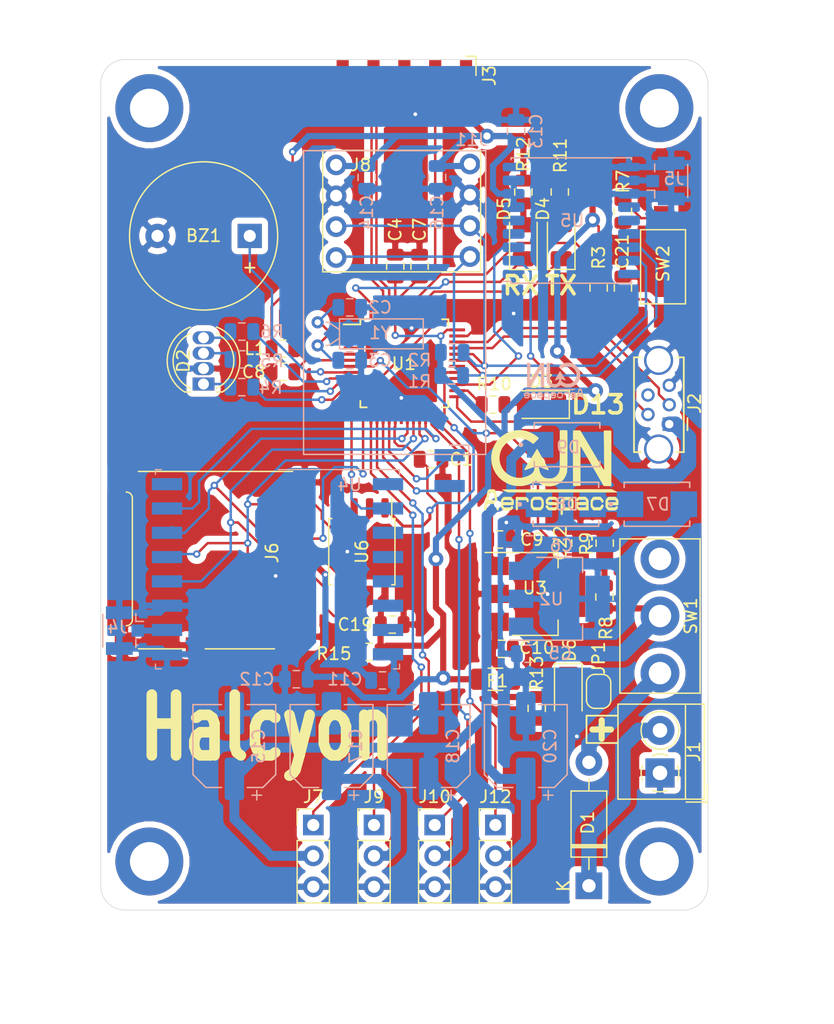
<source format=kicad_pcb>
(kicad_pcb (version 20171130) (host pcbnew "(5.1.6-0-10_14)")
  (title_block (title Halcyon) (date 2021-03-16) (company "GJN Aerospace"))
  (layers (0 F.Cu signal) (31 B.Cu signal) (34 B.Paste user) (35 F.Paste user) (36 B.SilkS user) (37 F.SilkS user) (38 B.Mask user) (39 F.Mask user) (44 Edge.Cuts user))
  (net 0 "")
  (net 1 /BZ)
  (net 2 GND)
  (net 3 +3V3)
  (net 4 "Net-(C2-Pad2)")
  (net 5 "Net-(C3-Pad1)")
  (net 6 +5VA)
  (net 7 "Net-(C7-Pad2)")
  (net 8 "Net-(C8-Pad1)")
  (net 9 +5V)
  (net 10 "Net-(C10-Pad1)")
  (net 11 "Net-(D1-Pad1)")
  (net 12 "Net-(D2-Pad1)")
  (net 13 "Net-(D2-Pad3)")
  (net 14 "Net-(D2-Pad4)")
  (net 15 /USB_D-)
  (net 16 /USB_D+)
  (net 17 "Net-(J2-Pad4)")
  (net 18 /SWCLK)
  (net 19 /SWDIO)
  (net 20 /RESET)
  (net 21 "Net-(J4-Pad1)")
  (net 22 "Net-(J6-Pad8)")
  (net 23 /MISO)
  (net 24 /SCK)
  (net 25 /MOSI)
  (net 26 /CS_SD)
  (net 27 "Net-(J6-Pad1)")
  (net 28 /SCL)
  (net 29 /SDA)
  (net 30 /Servo_3)
  (net 31 /R_LED)
  (net 32 /G_LED)
  (net 33 /B_LED)
  (net 34 "Net-(R7-Pad2)")
  (net 35 "Net-(U1-Pad3)")
  (net 36 "Net-(U1-Pad4)")
  (net 37 /DIO0)
  (net 38 /CS_RAD)
  (net 39 "Net-(U1-Pad28)")
  (net 40 "Net-(U1-Pad30)")
  (net 41 "Net-(U1-Pad38)")
  (net 42 "Net-(U1-Pad41)")
  (net 43 "Net-(U1-Pad47)")
  (net 44 "Net-(U4-Pad16)")
  (net 45 "Net-(U4-Pad7)")
  (net 46 "Net-(U4-Pad6)")
  (net 47 "Net-(U4-Pad5)")
  (net 48 "Net-(U4-Pad4)")
  (net 49 "Net-(U4-Pad3)")
  (net 50 "Net-(U4-Pad1)")
  (net 51 /TX_GPS)
  (net 52 /RX_GPS)
  (net 53 "Net-(U5-Pad4)")
  (net 54 "Net-(U5-Pad5)")
  (net 55 "Net-(U5-Pad13)")
  (net 56 "Net-(U5-Pad14)")
  (net 57 "Net-(U5-Pad15)")
  (net 58 "Net-(U5-Pad18)")
  (net 59 /CS_FLASH)
  (net 60 /Vbatt)
  (net 61 "Net-(D3-Pad2)")
  (net 62 /TX_LED)
  (net 63 "Net-(D4-Pad2)")
  (net 64 /RX_LED)
  (net 65 "Net-(D5-Pad2)")
  (net 66 "Net-(J5-Pad1)")
  (net 67 /Batt)
  (net 68 /D13)
  (net 69 "Net-(U5-Pad9)")
  (net 70 "Net-(D6-Pad1)")
  (net 71 "Net-(D6-Pad2)")
  (net 72 "Net-(SW1-Pad3)")
  (net 73 /Servo_4)
  (net 74 /Servo_1)
  (net 75 /Servo_2)
  (net 76 "Net-(J13-Pad1)")
  (net 77 "Net-(J13-Pad2)")
  (net 78 "Net-(R15-Pad2)")
  (net 79 "Net-(U6-Pad3)")
  (net 80 "Net-(D1-Pad2)")
  (net 81 "Net-(D7-Pad1)")
  (net 82 "Net-(D9-Pad2)")
  (module CustomLib:gjna2 (layer B.Cu) (at 137.3 76.5 180)
    (fp_text reference G*** hide)
    (fp_text value LOGO hide)
  )
  (module CustomLib:gjna (layer F.Cu) (at 137.1 84)
    (fp_text reference G*** hide)
    (fp_text value LOGO hide)
  )
  (module RF_Module:HOPERF_RFM69HW (layer B.Cu) (at 114.554 91.948 180)
    (fp_text reference U4 (at -5.946 6.948 180) (layer B.SilkS) (effects (justify mirror)))
    (fp_text value RFM69W)
    (pad 16 smd rect (at 9.1 7 180) (size 2.5 1) (layers B.Cu B.Paste B.Mask) (net 44 "Net-(U4-Pad16)"))
    (pad 15 smd rect (at 9.1 5 180) (size 2.5 1) (layers B.Cu B.Paste B.Mask) (net 38 /CS_RAD))
    (pad 14 smd rect (at 9.1 3 180) (size 2.5 1) (layers B.Cu B.Paste B.Mask) (net 25 /MOSI))
    (pad 13 smd rect (at 9.1 1 180) (size 2.5 1) (layers B.Cu B.Paste B.Mask) (net 23 /MISO))
    (pad 12 smd rect (at 9.1 -1 180) (size 2.5 1) (layers B.Cu B.Paste B.Mask) (net 24 /SCK))
    (pad 11 smd rect (at 9.1 -3 180) (size 2.5 1) (layers B.Cu B.Paste B.Mask) (net 2 GND))
    (pad 10 smd rect (at 9.1 -5 180) (size 2.5 1) (layers B.Cu B.Paste B.Mask) (net 21 "Net-(J4-Pad1)"))
    (pad 9 smd rect (at 9.1 -7 180) (size 2.5 1) (layers B.Cu B.Paste B.Mask) (net 2 GND))
    (pad 8 smd rect (at -9.1 -7 180) (size 2.5 1) (layers B.Cu B.Paste B.Mask) (net 3 +3V3))
    (pad 7 smd rect (at -9.1 -5 180) (size 2.5 1) (layers B.Cu B.Paste B.Mask) (net 45 "Net-(U4-Pad7)"))
    (pad 6 smd rect (at -9.1 -3 180) (size 2.5 1) (layers B.Cu B.Paste B.Mask) (net 46 "Net-(U4-Pad6)"))
    (pad 5 smd rect (at -9.1 -1 180) (size 2.5 1) (layers B.Cu B.Paste B.Mask) (net 47 "Net-(U4-Pad5)"))
    (pad 4 smd rect (at -9.1 1 180) (size 2.5 1) (layers B.Cu B.Paste B.Mask) (net 48 "Net-(U4-Pad4)"))
    (pad 3 smd rect (at -9.1 3 180) (size 2.5 1) (layers B.Cu B.Paste B.Mask) (net 49 "Net-(U4-Pad3)"))
    (pad 2 smd rect (at -9.1 5 180) (size 2.5 1) (layers B.Cu B.Paste B.Mask) (net 37 /DIO0))
    (pad 1 smd rect (at -9.1 7 180) (size 2.5 1) (layers B.Cu B.Paste B.Mask) (net 50 "Net-(U4-Pad1)"))
  )
  (module CustomLib:SMD_PinHeader_01x02_2.54mm (layer B.Cu) (at 123.2 85.1 180)
    (fp_text reference J13 hide)
    (fp_text value Conn_01x02 hide)
    (pad 2 smd rect (at -5.525 0 180) (size 2.5 1) (layers B.Cu B.Paste B.Mask) (net 77 "Net-(J13-Pad2)"))
    (pad 1 smd rect (at -5.525 2.54 180) (size 2.5 1) (layers B.Cu B.Paste B.Mask) (net 76 "Net-(J13-Pad1)"))
  )
  (module Resistor_SMD:R_0805_2012Metric (layer B.Cu) (at 128.9375 74.1)
    (fp_text reference R2 (at -2.6875 0.65 180) (layer B.SilkS) (effects (justify mirror)))
    (fp_text value 10k)
    (pad 1 smd roundrect (at -0.9375 0) (size 0.975 1.4) (layers B.Cu B.Paste B.Mask) (net 3 +3V3))
    (pad 2 smd roundrect (at 0.9375 0) (size 0.975 1.4) (layers B.Cu B.Paste B.Mask) (net 28 /SCL))
  )
  (module Buzzer_Beeper:Buzzer_12x9.5RM7.6 (layer F.Cu) (at 112.268 64.516 180)
    (fp_text reference BZ1 (at 3.8 0.016) (layer F.SilkS))
    (fp_text value Buzzer)
    (fp_text user + (at -0.01 -2.54) (layer F.SilkS))
    (pad 1 thru_hole rect (at 0 0 180) (size 2 2) (drill 1) (layers *.Cu *.Mask) (net 1 /BZ))
    (pad 2 thru_hole circle (at 7.6 0 180) (size 2 2) (drill 1) (layers *.Cu *.Mask) (net 2 GND))
  )
  (module Capacitor_SMD:C_0805_2012Metric (layer F.Cu) (at 127.2 82.9)
    (fp_text reference C1 (at 2.5 0) (layer F.SilkS))
    (fp_text value 100nF)
    (pad 2 smd roundrect (at 0.9375 0) (size 0.975 1.4) (layers F.Cu F.Paste F.Mask) (net 2 GND))
    (pad 1 smd roundrect (at -0.9375 0) (size 0.975 1.4) (layers F.Cu F.Paste F.Mask) (net 3 +3V3))
  )
  (module Capacitor_SMD:C_0805_2012Metric (layer B.Cu) (at 120.5 70.4 180)
    (fp_text reference C2 (at -2.5 0 180) (layer B.SilkS) (effects (justify mirror)))
    (fp_text value 12pF)
    (pad 1 smd roundrect (at -0.9375 0 180) (size 0.975 1.4) (layers B.Cu B.Paste B.Mask) (net 2 GND))
    (pad 2 smd roundrect (at 0.9375 0 180) (size 0.975 1.4) (layers B.Cu B.Paste B.Mask) (net 4 "Net-(C2-Pad2)"))
  )
  (module Capacitor_SMD:C_0805_2012Metric (layer B.Cu) (at 120.5 74.75)
    (fp_text reference C3 (at 2.5 0 180) (layer B.SilkS) (effects (justify mirror)))
    (fp_text value 12pF)
    (pad 2 smd roundrect (at 0.9375 0) (size 0.975 1.4) (layers B.Cu B.Paste B.Mask) (net 2 GND))
    (pad 1 smd roundrect (at -0.9375 0) (size 0.975 1.4) (layers B.Cu B.Paste B.Mask) (net 5 "Net-(C3-Pad1)"))
  )
  (module Capacitor_SMD:C_0805_2012Metric (layer F.Cu) (at 124.25 67 90)
    (fp_text reference C4 (at 3 0 90) (layer F.SilkS))
    (fp_text value 100nF)
    (pad 1 smd roundrect (at -0.9375 0 90) (size 0.975 1.4) (layers F.Cu F.Paste F.Mask) (net 3 +3V3))
    (pad 2 smd roundrect (at 0.9375 0 90) (size 0.975 1.4) (layers F.Cu F.Paste F.Mask) (net 2 GND))
  )
  (module Capacitor_SMD:C_0805_2012Metric (layer B.Cu) (at 135.2 98.9 180)
    (fp_text reference C5 (at -2.634 0.052 180) (layer B.SilkS) (effects (justify mirror)))
    (fp_text value 220nF)
    (pad 2 smd roundrect (at 0.9375 0 180) (size 0.975 1.4) (layers B.Cu B.Paste B.Mask) (net 2 GND))
    (pad 1 smd roundrect (at -0.9375 0 180) (size 0.975 1.4) (layers B.Cu B.Paste B.Mask) (net 60 /Vbatt))
  )
  (module Capacitor_SMD:C_0805_2012Metric (layer B.Cu) (at 135.3 89.9 180)
    (fp_text reference C6 (at -2.638 -0.092 180) (layer B.SilkS) (effects (justify mirror)))
    (fp_text value 100nF)
    (pad 1 smd roundrect (at -0.9375 0 180) (size 0.975 1.4) (layers B.Cu B.Paste B.Mask) (net 6 +5VA))
    (pad 2 smd roundrect (at 0.9375 0 180) (size 0.975 1.4) (layers B.Cu B.Paste B.Mask) (net 2 GND))
  )
  (module Capacitor_SMD:C_0805_2012Metric (layer F.Cu) (at 126.25 67 270)
    (fp_text reference C7 (at -3 0 90) (layer F.SilkS))
    (fp_text value 1uF)
    (pad 1 smd roundrect (at -0.9375 0 270) (size 0.975 1.4) (layers F.Cu F.Paste F.Mask) (net 2 GND))
    (pad 2 smd roundrect (at 0.9375 0 270) (size 0.975 1.4) (layers F.Cu F.Paste F.Mask) (net 7 "Net-(C7-Pad2)"))
  )
  (module Capacitor_SMD:C_0805_2012Metric (layer F.Cu) (at 115 75.7 180)
    (fp_text reference C8 (at 2.4 0) (layer F.SilkS))
    (fp_text value 100nF)
    (pad 2 smd roundrect (at 0.9375 0 180) (size 0.975 1.4) (layers F.Cu F.Paste F.Mask) (net 2 GND))
    (pad 1 smd roundrect (at -0.9375 0 180) (size 0.975 1.4) (layers F.Cu F.Paste F.Mask) (net 8 "Net-(C8-Pad1)"))
  )
  (module Capacitor_SMD:C_0805_2012Metric (layer F.Cu) (at 132.842 89.5)
    (fp_text reference C9 (at 2.658 0) (layer F.SilkS))
    (fp_text value 1uF)
    (pad 2 smd roundrect (at 0.9375 0) (size 0.975 1.4) (layers F.Cu F.Paste F.Mask) (net 2 GND))
    (pad 1 smd roundrect (at -0.9375 0) (size 0.975 1.4) (layers F.Cu F.Paste F.Mask) (net 9 +5V))
  )
  (module Capacitor_SMD:C_0805_2012Metric (layer B.Cu) (at 123.2 101.1 180)
    (fp_text reference C11 (at 3.1 0.1) (layer B.SilkS) (effects (justify mirror)))
    (fp_text value 100nF)
    (pad 2 smd roundrect (at 0.9375 0 180) (size 0.975 1.4) (layers B.Cu B.Paste B.Mask) (net 2 GND))
    (pad 1 smd roundrect (at -0.9375 0 180) (size 0.975 1.4) (layers B.Cu B.Paste B.Mask) (net 3 +3V3))
  )
  (module Capacitor_SMD:C_0805_2012Metric (layer B.Cu) (at 116.1 101 180)
    (fp_text reference C12 (at 3.25 0 180) (layer B.SilkS) (effects (justify mirror)))
    (fp_text value 100nF)
    (pad 2 smd roundrect (at 0.9375 0 180) (size 0.975 1.4) (layers B.Cu B.Paste B.Mask) (net 2 GND))
    (pad 1 smd roundrect (at -0.9375 0 180) (size 0.975 1.4) (layers B.Cu B.Paste B.Mask) (net 3 +3V3))
  )
  (module Capacitor_SMD:C_0805_2012Metric (layer B.Cu) (at 134.2 55.9 90)
    (fp_text reference C13 (at 0 1.65 270) (layer B.SilkS) (effects (justify mirror)))
    (fp_text value 100nF)
    (pad 1 smd roundrect (at -0.9375 0 90) (size 0.975 1.4) (layers B.Cu B.Paste B.Mask) (net 3 +3V3))
    (pad 2 smd roundrect (at 0.9375 0 90) (size 0.975 1.4) (layers B.Cu B.Paste B.Mask) (net 2 GND))
  )
  (module Capacitor_SMD:C_0805_2012Metric (layer B.Cu) (at 121.9 59.7 270)
    (fp_text reference C14 (at 2.9 0 270) (layer B.SilkS) (effects (justify mirror)))
    (fp_text value 100nF)
    (pad 1 smd roundrect (at -0.9375 0 270) (size 0.975 1.4) (layers B.Cu B.Paste B.Mask) (net 3 +3V3))
    (pad 2 smd roundrect (at 0.9375 0 270) (size 0.975 1.4) (layers B.Cu B.Paste B.Mask) (net 2 GND))
  )
  (module Capacitor_SMD:C_0805_2012Metric (layer B.Cu) (at 127.7 59.7 270)
    (fp_text reference C16 (at 2.9 0 270) (layer B.SilkS) (effects (justify mirror)))
    (fp_text value 100nF)
    (pad 1 smd roundrect (at -0.9375 0 270) (size 0.975 1.4) (layers B.Cu B.Paste B.Mask) (net 3 +3V3))
    (pad 2 smd roundrect (at 0.9375 0 270) (size 0.975 1.4) (layers B.Cu B.Paste B.Mask) (net 2 GND))
  )
  (module Capacitor_SMD:C_0805_2012Metric (layer F.Cu) (at 124 96.5)
    (fp_text reference C19 (at -3.05 0) (layer F.SilkS))
    (fp_text value 100nF)
    (pad 1 smd roundrect (at -0.9375 0) (size 0.975 1.4) (layers F.Cu F.Paste F.Mask) (net 3 +3V3))
    (pad 2 smd roundrect (at 0.9375 0) (size 0.975 1.4) (layers F.Cu F.Paste F.Mask) (net 2 GND))
  )
  (module LED_THT:LED_D5.0mm-4_RGB (layer F.Cu) (at 108.458 76.708 90)
    (fp_text reference D2 (at 1.908 -1.658 90) (layer F.SilkS))
    (fp_text value LED_RCGB)
    (pad 1 thru_hole rect (at 0 0 90) (size 1.07 1.8) (drill 0.9) (layers *.Cu *.Mask) (net 12 "Net-(D2-Pad1)"))
    (pad 2 thru_hole oval (at 1.27 0 90) (size 1.07 1.8) (drill 0.9) (layers *.Cu *.Mask) (net 2 GND))
    (pad 3 thru_hole oval (at 2.54 0 90) (size 1.07 1.8) (drill 0.9) (layers *.Cu *.Mask) (net 13 "Net-(D2-Pad3)"))
    (pad 4 thru_hole oval (at 3.81 0 90) (size 1.07 1.8) (drill 0.9) (layers *.Cu *.Mask) (net 14 "Net-(D2-Pad4)"))
  )
  (module Fuse:Fuse_1206_3216Metric (layer F.Cu) (at 132.5 101)
    (fp_text reference F1 (at 0.15 0.146) (layer F.SilkS))
    (fp_text value 500mA)
    (pad 1 smd roundrect (at -1.4 0) (size 1.25 1.75) (layers F.Cu F.Paste F.Mask) (roundrect_rratio 0.2) (net 3 +3V3))
    (pad 2 smd roundrect (at 1.4 0) (size 1.25 1.75) (layers F.Cu F.Paste F.Mask) (roundrect_rratio 0.2) (net 10 "Net-(C10-Pad1)"))
  )
  (module TerminalBlock_4Ucon:TerminalBlock_4Ucon_1x02_P3.50mm_Horizontal (layer F.Cu) (at 146.05 108.712 90)
    (fp_text reference J1 (at 1.75 2.794 90) (layer F.SilkS))
    (fp_text value "Screw_Terminal_01x02, Batt 9V")
    (pad 1 thru_hole rect (at 0 0 90) (size 2.4 2.4) (drill 1.2) (layers *.Cu *.Mask) (net 2 GND))
    (pad 2 thru_hole circle (at 3.5 0 90) (size 2.4 2.4) (drill 1.2) (layers *.Cu *.Mask) (net 11 "Net-(D1-Pad1)"))
  )
  (module Connector_USB:USB_Mini-B_Tensility_54-00023_Vertical_CircularHoles (layer F.Cu) (at 146.812 80.01 90)
    (fp_text reference J2 (at 1.71 2.088 90) (layer F.SilkS))
    (fp_text value USB_B_Mini)
    (pad 1 thru_hole rect (at 0 0 90) (size 1.1 1.1) (drill 0.7) (layers *.Cu *.Mask) (net 82 "Net-(D9-Pad2)"))
    (pad 2 thru_hole circle (at 0.8 -1.75 90) (size 1.1 1.1) (drill 0.7) (layers *.Cu *.Mask) (net 15 /USB_D-))
    (pad 3 thru_hole circle (at 1.6 0 90) (size 1.1 1.1) (drill 0.7) (layers *.Cu *.Mask) (net 16 /USB_D+))
    (pad 4 thru_hole circle (at 2.4 -1.75 90) (size 1.1 1.1) (drill 0.7) (layers *.Cu *.Mask) (net 17 "Net-(J2-Pad4)"))
    (pad 5 thru_hole circle (at 3.2 0 90) (size 1.1 1.1) (drill 0.7) (layers *.Cu *.Mask) (net 2 GND))
    (pad 6 thru_hole circle (at -2.05 -0.875 90) (size 2.4 2.4) (drill 2) (layers *.Cu *.Mask) (net 2 GND))
    (pad 6 thru_hole circle (at 5.25 -0.875 90) (size 2.4 2.4) (drill 2) (layers *.Cu *.Mask) (net 2 GND))
  )
  (module Connector_Coaxial:U.FL_Hirose_U.FL-R-SMT-1_Vertical (layer B.Cu) (at 102 97 180)
    (fp_text reference J4 (at 0.608 0.282 180) (layer B.SilkS) (effects (justify mirror)))
    (fp_text value Conn_Coaxial)
    (pad 2 smd rect (at 0.475 1.475 180) (size 2.2 1.05) (layers B.Cu B.Paste B.Mask) (net 2 GND))
    (pad 1 smd rect (at -1.05 0 180) (size 1.05 1) (layers B.Cu B.Paste B.Mask) (net 21 "Net-(J4-Pad1)"))
    (pad 2 smd rect (at 0.475 -1.475 180) (size 2.2 1.05) (layers B.Cu B.Paste B.Mask) (net 2 GND))
  )
  (module Connector_Coaxial:U.FL_Hirose_U.FL-R-SMT-1_Vertical (layer B.Cu) (at 146.5 60)
    (fp_text reference J5 (at 0.7 -0.198) (layer B.SilkS) (effects (justify mirror)))
    (fp_text value Conn_Coaxial)
    (pad 2 smd rect (at 0.475 -1.475) (size 2.2 1.05) (layers B.Cu B.Paste B.Mask) (net 2 GND))
    (pad 1 smd rect (at -1.05 0) (size 1.05 1) (layers B.Cu B.Paste B.Mask) (net 66 "Net-(J5-Pad1)"))
    (pad 2 smd rect (at 0.475 1.475) (size 2.2 1.05) (layers B.Cu B.Paste B.Mask) (net 2 GND))
  )
  (module Connector_PinHeader_2.54mm:PinHeader_1x03_P2.54mm_Vertical (layer F.Cu) (at 117.5 113)
    (fp_text reference J7 (at 0 -2.33) (layer F.SilkS))
    (fp_text value S1)
    (pad 1 thru_hole rect (at 0 0) (size 1.7 1.7) (drill 1) (layers *.Cu *.Mask) (net 74 /Servo_1))
    (pad 2 thru_hole oval (at 0 2.54) (size 1.7 1.7) (drill 1) (layers *.Cu *.Mask) (net 9 +5V))
    (pad 3 thru_hole oval (at 0 5.08) (size 1.7 1.7) (drill 1) (layers *.Cu *.Mask) (net 2 GND))
  )
  (module CustomLib:BME280 (layer F.Cu) (at 119.38 58.674)
    (fp_text reference J8 (at 2.032 0) (layer F.SilkS))
    (fp_text value BME280)
    (pad 1 thru_hole circle (at 0 0) (size 1.7 1.7) (drill 1) (layers *.Cu *.Mask) (net 3 +3V3))
    (pad 2 thru_hole circle (at 0 2.54) (size 1.7 1.7) (drill 1) (layers *.Cu *.Mask) (net 2 GND))
    (pad 3 thru_hole circle (at 0 5.08) (size 1.7 1.7) (drill 1) (layers *.Cu *.Mask) (net 28 /SCL))
    (pad 4 thru_hole circle (at 0 7.62) (size 1.7 1.7) (drill 1) (layers *.Cu *.Mask) (net 29 /SDA))
  )
  (module Connector_PinHeader_2.54mm:PinHeader_1x03_P2.54mm_Vertical (layer F.Cu) (at 122.5 113)
    (fp_text reference J9 (at 0 -2.33) (layer F.SilkS))
    (fp_text value S2)
    (pad 3 thru_hole oval (at 0 5.08) (size 1.7 1.7) (drill 1) (layers *.Cu *.Mask) (net 2 GND))
    (pad 2 thru_hole oval (at 0 2.54) (size 1.7 1.7) (drill 1) (layers *.Cu *.Mask) (net 9 +5V))
    (pad 1 thru_hole rect (at 0 0) (size 1.7 1.7) (drill 1) (layers *.Cu *.Mask) (net 75 /Servo_2))
  )
  (module Connector_PinHeader_2.54mm:PinHeader_1x03_P2.54mm_Vertical (layer F.Cu) (at 127.5 113)
    (fp_text reference J10 (at 0 -2.33) (layer F.SilkS))
    (fp_text value S3)
    (pad 1 thru_hole rect (at 0 0) (size 1.7 1.7) (drill 1) (layers *.Cu *.Mask) (net 30 /Servo_3))
    (pad 2 thru_hole oval (at 0 2.54) (size 1.7 1.7) (drill 1) (layers *.Cu *.Mask) (net 9 +5V))
    (pad 3 thru_hole oval (at 0 5.08) (size 1.7 1.7) (drill 1) (layers *.Cu *.Mask) (net 2 GND))
  )
  (module Inductor_SMD:L_0805_2012Metric (layer F.Cu) (at 115 73.8)
    (fp_text reference L1 (at -2.3 0) (layer F.SilkS))
    (fp_text value 10uH)
    (pad 1 smd roundrect (at -0.9375 0) (size 0.975 1.4) (layers F.Cu F.Paste F.Mask) (net 3 +3V3))
    (pad 2 smd roundrect (at 0.9375 0) (size 0.975 1.4) (layers F.Cu F.Paste F.Mask) (net 8 "Net-(C8-Pad1)"))
  )
  (module Resistor_SMD:R_0805_2012Metric (layer B.Cu) (at 128.9 76)
    (fp_text reference R1 (at -2.65 0.5 180) (layer B.SilkS) (effects (justify mirror)))
    (fp_text value 10k)
    (pad 2 smd roundrect (at 0.9375 0) (size 0.975 1.4) (layers B.Cu B.Paste B.Mask) (net 29 /SDA))
    (pad 1 smd roundrect (at -0.9375 0) (size 0.975 1.4) (layers B.Cu B.Paste B.Mask) (net 3 +3V3))
  )
  (module Resistor_SMD:R_0805_2012Metric (layer F.Cu) (at 141 68.8 270)
    (fp_text reference R3 (at -2.5 0 90) (layer F.SilkS))
    (fp_text value 10k)
    (pad 2 smd roundrect (at 0.9375 0 270) (size 0.975 1.4) (layers F.Cu F.Paste F.Mask) (net 20 /RESET))
    (pad 1 smd roundrect (at -0.9375 0 270) (size 0.975 1.4) (layers F.Cu F.Paste F.Mask) (net 3 +3V3))
  )
  (module Resistor_SMD:R_0805_2012Metric (layer B.Cu) (at 111.6165 76.962 180)
    (fp_text reference R4 (at -2.3835 -0.038) (layer B.SilkS) (effects (justify mirror)))
    (fp_text value 220)
    (pad 1 smd roundrect (at -0.9375 0 180) (size 0.975 1.4) (layers B.Cu B.Paste B.Mask) (net 31 /R_LED))
    (pad 2 smd roundrect (at 0.9375 0 180) (size 0.975 1.4) (layers B.Cu B.Paste B.Mask) (net 12 "Net-(D2-Pad1)"))
  )
  (module Resistor_SMD:R_0805_2012Metric (layer B.Cu) (at 111.6165 74.676 180)
    (fp_text reference R5 (at -2.4835 -0.124) (layer B.SilkS) (effects (justify mirror)))
    (fp_text value 220)
    (pad 2 smd roundrect (at 0.9375 0 180) (size 0.975 1.4) (layers B.Cu B.Paste B.Mask) (net 13 "Net-(D2-Pad3)"))
    (pad 1 smd roundrect (at -0.9375 0 180) (size 0.975 1.4) (layers B.Cu B.Paste B.Mask) (net 32 /G_LED))
  )
  (module Resistor_SMD:R_0805_2012Metric (layer B.Cu) (at 111.6165 72.39 180)
    (fp_text reference R6 (at -2.4835 -0.01) (layer B.SilkS) (effects (justify mirror)))
    (fp_text value 220)
    (pad 1 smd roundrect (at -0.9375 0 180) (size 0.975 1.4) (layers B.Cu B.Paste B.Mask) (net 33 /B_LED))
    (pad 2 smd roundrect (at 0.9375 0 180) (size 0.975 1.4) (layers B.Cu B.Paste B.Mask) (net 14 "Net-(D2-Pad4)"))
  )
  (module Resistor_SMD:R_0805_2012Metric (layer F.Cu) (at 143.002 62.5 90)
    (fp_text reference R7 (at 2.454 -0.002 90) (layer F.SilkS))
    (fp_text value 100k)
    (pad 1 smd roundrect (at -0.9375 0 90) (size 0.975 1.4) (layers F.Cu F.Paste F.Mask) (net 2 GND))
    (pad 2 smd roundrect (at 0.9375 0 90) (size 0.975 1.4) (layers F.Cu F.Paste F.Mask) (net 34 "Net-(R7-Pad2)"))
  )
  (module CustomLib:Push_Switch_TS1107GS-5 (layer F.Cu) (at 146.304 67.056 90)
    (fp_text reference SW2 (at 0.254 0 90) (layer F.SilkS))
    (fp_text value SW_Push)
    (pad 1 smd rect (at -4 0 90) (size 2 1.5) (layers F.Cu F.Paste F.Mask) (net 20 /RESET))
    (pad 2 smd rect (at 4 0 90) (size 2 1.5) (layers F.Cu F.Paste F.Mask) (net 34 "Net-(R7-Pad2)"))
  )
  (module Package_QFP:TQFP-48_7x7mm_P0.5mm (layer F.Cu) (at 125 75)
    (fp_text reference U1 (at -0.044 0.032) (layer F.SilkS))
    (fp_text value ATSAMD21G18A-AFT)
    (pad 1 smd rect (at -4.35 -2.75) (size 1.3 0.25) (layers F.Cu F.Paste F.Mask) (net 4 "Net-(C2-Pad2)"))
    (pad 2 smd rect (at -4.35 -2.25) (size 1.3 0.25) (layers F.Cu F.Paste F.Mask) (net 5 "Net-(C3-Pad1)"))
    (pad 3 smd rect (at -4.35 -1.75) (size 1.3 0.25) (layers F.Cu F.Paste F.Mask) (net 35 "Net-(U1-Pad3)"))
    (pad 4 smd rect (at -4.35 -1.25) (size 1.3 0.25) (layers F.Cu F.Paste F.Mask) (net 36 "Net-(U1-Pad4)"))
    (pad 5 smd rect (at -4.35 -0.75) (size 1.3 0.25) (layers F.Cu F.Paste F.Mask) (net 2 GND))
    (pad 6 smd rect (at -4.35 -0.25) (size 1.3 0.25) (layers F.Cu F.Paste F.Mask) (net 8 "Net-(C8-Pad1)"))
    (pad 7 smd rect (at -4.35 0.25) (size 1.3 0.25) (layers F.Cu F.Paste F.Mask) (net 67 /Batt))
    (pad 8 smd rect (at -4.35 0.75) (size 1.3 0.25) (layers F.Cu F.Paste F.Mask) (net 1 /BZ))
    (pad 9 smd rect (at -4.35 1.25) (size 1.3 0.25) (layers F.Cu F.Paste F.Mask) (net 33 /B_LED))
    (pad 10 smd rect (at -4.35 1.75) (size 1.3 0.25) (layers F.Cu F.Paste F.Mask) (net 32 /G_LED))
    (pad 11 smd rect (at -4.35 2.25) (size 1.3 0.25) (layers F.Cu F.Paste F.Mask) (net 31 /R_LED))
    (pad 12 smd rect (at -4.35 2.75) (size 1.3 0.25) (layers F.Cu F.Paste F.Mask) (net 37 /DIO0))
    (pad 13 smd rect (at -2.75 4.35 90) (size 1.3 0.25) (layers F.Cu F.Paste F.Mask) (net 74 /Servo_1))
    (pad 14 smd rect (at -2.25 4.35 90) (size 1.3 0.25) (layers F.Cu F.Paste F.Mask) (net 75 /Servo_2))
    (pad 15 smd rect (at -1.75 4.35 90) (size 1.3 0.25) (layers F.Cu F.Paste F.Mask) (net 77 "Net-(J13-Pad2)"))
    (pad 16 smd rect (at -1.25 4.35 90) (size 1.3 0.25) (layers F.Cu F.Paste F.Mask) (net 76 "Net-(J13-Pad1)"))
    (pad 17 smd rect (at -0.75 4.35 90) (size 1.3 0.25) (layers F.Cu F.Paste F.Mask) (net 3 +3V3))
    (pad 18 smd rect (at -0.25 4.35 90) (size 1.3 0.25) (layers F.Cu F.Paste F.Mask) (net 2 GND))
    (pad 19 smd rect (at 0.25 4.35 90) (size 1.3 0.25) (layers F.Cu F.Paste F.Mask) (net 25 /MOSI))
    (pad 20 smd rect (at 0.75 4.35 90) (size 1.3 0.25) (layers F.Cu F.Paste F.Mask) (net 24 /SCK))
    (pad 21 smd rect (at 1.25 4.35 90) (size 1.3 0.25) (layers F.Cu F.Paste F.Mask) (net 23 /MISO))
    (pad 22 smd rect (at 1.75 4.35 90) (size 1.3 0.25) (layers F.Cu F.Paste F.Mask) (net 38 /CS_RAD))
    (pad 23 smd rect (at 2.25 4.35 90) (size 1.3 0.25) (layers F.Cu F.Paste F.Mask) (net 30 /Servo_3))
    (pad 24 smd rect (at 2.75 4.35 90) (size 1.3 0.25) (layers F.Cu F.Paste F.Mask) (net 73 /Servo_4))
    (pad 25 smd rect (at 4.35 2.75) (size 1.3 0.25) (layers F.Cu F.Paste F.Mask) (net 51 /TX_GPS))
    (pad 26 smd rect (at 4.35 2.25) (size 1.3 0.25) (layers F.Cu F.Paste F.Mask) (net 68 /D13))
    (pad 27 smd rect (at 4.35 1.75) (size 1.3 0.25) (layers F.Cu F.Paste F.Mask) (net 52 /RX_GPS))
    (pad 28 smd rect (at 4.35 1.25) (size 1.3 0.25) (layers F.Cu F.Paste F.Mask) (net 39 "Net-(U1-Pad28)"))
    (pad 29 smd rect (at 4.35 0.75) (size 1.3 0.25) (layers F.Cu F.Paste F.Mask) (net 59 /CS_FLASH))
    (pad 30 smd rect (at 4.35 0.25) (size 1.3 0.25) (layers F.Cu F.Paste F.Mask) (net 40 "Net-(U1-Pad30)"))
    (pad 31 smd rect (at 4.35 -0.25) (size 1.3 0.25) (layers F.Cu F.Paste F.Mask) (net 29 /SDA))
    (pad 32 smd rect (at 4.35 -0.75) (size 1.3 0.25) (layers F.Cu F.Paste F.Mask) (net 28 /SCL))
    (pad 33 smd rect (at 4.35 -1.25) (size 1.3 0.25) (layers F.Cu F.Paste F.Mask) (net 15 /USB_D-))
    (pad 34 smd rect (at 4.35 -1.75) (size 1.3 0.25) (layers F.Cu F.Paste F.Mask) (net 16 /USB_D+))
    (pad 35 smd rect (at 4.35 -2.25) (size 1.3 0.25) (layers F.Cu F.Paste F.Mask) (net 2 GND))
    (pad 36 smd rect (at 4.35 -2.75) (size 1.3 0.25) (layers F.Cu F.Paste F.Mask) (net 3 +3V3))
    (pad 37 smd rect (at 2.75 -4.35 90) (size 1.3 0.25) (layers F.Cu F.Paste F.Mask) (net 26 /CS_SD))
    (pad 38 smd rect (at 2.25 -4.35 90) (size 1.3 0.25) (layers F.Cu F.Paste F.Mask) (net 41 "Net-(U1-Pad38)"))
    (pad 39 smd rect (at 1.75 -4.35 90) (size 1.3 0.25) (layers F.Cu F.Paste F.Mask) (net 62 /TX_LED))
    (pad 40 smd rect (at 1.25 -4.35 90) (size 1.3 0.25) (layers F.Cu F.Paste F.Mask) (net 20 /RESET))
    (pad 41 smd rect (at 0.75 -4.35 90) (size 1.3 0.25) (layers F.Cu F.Paste F.Mask) (net 42 "Net-(U1-Pad41)"))
    (pad 42 smd rect (at 0.25 -4.35 90) (size 1.3 0.25) (layers F.Cu F.Paste F.Mask) (net 2 GND))
    (pad 43 smd rect (at -0.25 -4.35 90) (size 1.3 0.25) (layers F.Cu F.Paste F.Mask) (net 7 "Net-(C7-Pad2)"))
    (pad 44 smd rect (at -0.75 -4.35 90) (size 1.3 0.25) (layers F.Cu F.Paste F.Mask) (net 3 +3V3))
    (pad 45 smd rect (at -1.25 -4.35 90) (size 1.3 0.25) (layers F.Cu F.Paste F.Mask) (net 18 /SWCLK))
    (pad 46 smd rect (at -1.75 -4.35 90) (size 1.3 0.25) (layers F.Cu F.Paste F.Mask) (net 19 /SWDIO))
    (pad 47 smd rect (at -2.25 -4.35 90) (size 1.3 0.25) (layers F.Cu F.Paste F.Mask) (net 43 "Net-(U1-Pad47)"))
    (pad 48 smd rect (at -2.75 -4.35 90) (size 1.3 0.25) (layers F.Cu F.Paste F.Mask) (net 64 /RX_LED))
  )
  (module Package_TO_SOT_SMD:SOT-223-3_TabPin2 (layer B.Cu) (at 137.768 94.38)
    (fp_text reference U2 (at -0.668 0.02) (layer B.SilkS) (effects (justify mirror)))
    (fp_text value LM340_SOT223/LM7805_5V)
    (pad 1 smd rect (at -3.15 2.3) (size 2 1.5) (layers B.Cu B.Paste B.Mask) (net 60 /Vbatt))
    (pad 3 smd rect (at -3.15 -2.3) (size 2 1.5) (layers B.Cu B.Paste B.Mask) (net 6 +5VA))
    (pad 2 smd rect (at -3.15 0) (size 2 1.5) (layers B.Cu B.Paste B.Mask) (net 2 GND))
    (pad 2 smd rect (at 3.15 0) (size 2 3.8) (layers B.Cu B.Paste B.Mask) (net 2 GND))
  )
  (module Package_TO_SOT_SMD:SOT-223-3_TabPin2 (layer F.Cu) (at 135.75 93.98)
    (fp_text reference U3 (at 0 -0.48) (layer F.SilkS))
    (fp_text value MCP1826S_3.3V)
    (pad 2 smd rect (at 3.15 0) (size 2 3.8) (layers F.Cu F.Paste F.Mask) (net 2 GND))
    (pad 2 smd rect (at -3.15 0) (size 2 1.5) (layers F.Cu F.Paste F.Mask) (net 2 GND))
    (pad 3 smd rect (at -3.15 2.3) (size 2 1.5) (layers F.Cu F.Paste F.Mask) (net 10 "Net-(C10-Pad1)"))
    (pad 1 smd rect (at -3.15 -2.3) (size 2 1.5) (layers F.Cu F.Paste F.Mask) (net 9 +5V))
  )
  (module RF_GPS:ublox_MAX (layer B.Cu) (at 138.75 63.25)
    (fp_text reference U5 (at 0.07 0.008) (layer B.SilkS) (effects (justify mirror)))
    (fp_text value MAX-8Q)
    (pad 1 smd roundrect (at -4.75 4.4) (size 1.8 0.7) (layers B.Cu B.Paste B.Mask) (net 2 GND))
    (pad 2 smd roundrect (at -4.75 3.3) (size 1.8 0.8) (layers B.Cu B.Paste B.Mask) (net 51 /TX_GPS))
    (pad 3 smd roundrect (at -4.75 2.2) (size 1.8 0.8) (layers B.Cu B.Paste B.Mask) (net 52 /RX_GPS))
    (pad 4 smd roundrect (at -4.75 1.1) (size 1.8 0.8) (layers B.Cu B.Paste B.Mask) (net 53 "Net-(U5-Pad4)"))
    (pad 5 smd roundrect (at -4.75 0) (size 1.8 0.8) (layers B.Cu B.Paste B.Mask) (net 54 "Net-(U5-Pad5)"))
    (pad 6 smd roundrect (at -4.75 -1.1) (size 1.8 0.8) (layers B.Cu B.Paste B.Mask) (net 3 +3V3))
    (pad 7 smd roundrect (at -4.75 -2.2) (size 1.8 0.8) (layers B.Cu B.Paste B.Mask) (net 3 +3V3))
    (pad 8 smd roundrect (at -4.75 -3.3) (size 1.8 0.8) (layers B.Cu B.Paste B.Mask) (net 3 +3V3))
    (pad 9 smd roundrect (at -4.75 -4.4) (size 1.8 0.7) (layers B.Cu B.Paste B.Mask) (net 69 "Net-(U5-Pad9)"))
    (pad 10 smd roundrect (at 4.75 -4.4) (size 1.8 0.7) (layers B.Cu B.Paste B.Mask) (net 2 GND))
    (pad 11 smd roundrect (at 4.75 -3.3) (size 1.8 0.8) (layers B.Cu B.Paste B.Mask) (net 66 "Net-(J5-Pad1)"))
    (pad 12 smd roundrect (at 4.75 -2.2) (size 1.8 0.8) (layers B.Cu B.Paste B.Mask) (net 2 GND))
    (pad 13 smd roundrect (at 4.75 -1.1) (size 1.8 0.8) (layers B.Cu B.Paste B.Mask) (net 55 "Net-(U5-Pad13)"))
    (pad 14 smd roundrect (at 4.75 0) (size 1.8 0.8) (layers B.Cu B.Paste B.Mask) (net 56 "Net-(U5-Pad14)"))
    (pad 15 smd roundrect (at 4.75 1.1) (size 1.8 0.8) (layers B.Cu B.Paste B.Mask) (net 57 "Net-(U5-Pad15)"))
    (pad 16 smd roundrect (at 4.75 2.2) (size 1.8 0.8) (layers B.Cu B.Paste B.Mask) (net 29 /SDA))
    (pad 17 smd roundrect (at 4.75 3.3) (size 1.8 0.8) (layers B.Cu B.Paste B.Mask) (net 28 /SCL))
    (pad 18 smd roundrect (at 4.75 4.4) (size 1.8 0.7) (layers B.Cu B.Paste B.Mask) (net 58 "Net-(U5-Pad18)"))
  )
  (module Package_SO:SOIC-8_5.23x5.23mm_P1.27mm (layer F.Cu) (at 121.5 90.5 270)
    (fp_text reference U6 (at 0 0 90) (layer F.SilkS))
    (fp_text value W25Q32JVSS)
    (pad 1 smd roundrect (at -3.6 -1.905 270) (size 1.6 0.6) (layers F.Cu F.Paste F.Mask) (net 59 /CS_FLASH))
    (pad 2 smd roundrect (at -3.6 -0.635 270) (size 1.6 0.6) (layers F.Cu F.Paste F.Mask) (net 23 /MISO))
    (pad 3 smd roundrect (at -3.6 0.635 270) (size 1.6 0.6) (layers F.Cu F.Paste F.Mask) (net 79 "Net-(U6-Pad3)"))
    (pad 4 smd roundrect (at -3.6 1.905 270) (size 1.6 0.6) (layers F.Cu F.Paste F.Mask) (net 2 GND))
    (pad 5 smd roundrect (at 3.6 1.905 270) (size 1.6 0.6) (layers F.Cu F.Paste F.Mask) (net 25 /MOSI))
    (pad 6 smd roundrect (at 3.6 0.635 270) (size 1.6 0.6) (layers F.Cu F.Paste F.Mask) (net 24 /SCK))
    (pad 7 smd roundrect (at 3.6 -0.635 270) (size 1.6 0.6) (layers F.Cu F.Paste F.Mask) (net 78 "Net-(R15-Pad2)"))
    (pad 8 smd roundrect (at 3.6 -1.905 270) (size 1.6 0.6) (layers F.Cu F.Paste F.Mask) (net 3 +3V3))
  )
  (module Crystal:Crystal_C26-LF_D2.1mm_L6.5mm_Horizontal (layer B.Cu) (at 117.856 71.628 270)
    (fp_text reference Y1 (at 0.872 -5.144) (layer B.SilkS) (effects (justify mirror)))
    (fp_text value 32.768kHz)
    (pad 1 thru_hole circle (at 0 0 270) (size 1 1) (drill 0.5) (layers *.Cu *.Mask) (net 4 "Net-(C2-Pad2)"))
    (pad 2 thru_hole circle (at 1.9 0 270) (size 1 1) (drill 0.5) (layers *.Cu *.Mask) (net 5 "Net-(C3-Pad1)"))
  )
  (module MountingHole:MountingHole_3.2mm_M3_DIN965_Pad (layer F.Cu) (at 104 54)
    (fp_text reference H1 hide)
    (fp_text value MountingHole)
    (pad 1 thru_hole circle (at 0 0) (size 5.6 5.6) (drill 3.2) (layers *.Cu *.Mask))
  )
  (module MountingHole:MountingHole_3.2mm_M3_DIN965_Pad (layer F.Cu) (at 146 54)
    (fp_text reference H2 hide)
    (fp_text value MountingHole)
    (pad 1 thru_hole circle (at 0 0) (size 5.6 5.6) (drill 3.2) (layers *.Cu *.Mask))
  )
  (module MountingHole:MountingHole_3.2mm_M3_DIN965_Pad (layer F.Cu) (at 104 116)
    (fp_text reference H3 hide)
    (fp_text value MountingHole)
    (pad 1 thru_hole circle (at 0 0) (size 5.6 5.6) (drill 3.2) (layers *.Cu *.Mask))
  )
  (module MountingHole:MountingHole_3.2mm_M3_DIN965_Pad (layer F.Cu) (at 146 116)
    (fp_text reference H4 hide)
    (fp_text value MountingHole)
    (pad 1 thru_hole circle (at 0 0) (size 5.6 5.6) (drill 3.2) (layers *.Cu *.Mask))
  )
  (module Switch:Sw1 (layer F.Cu) (at 146.05 95.8 90)
    (fp_text reference SW1 (at 0 2.54 90) (layer F.SilkS))
    (fp_text value SW_DPDT_x2)
    (pad 1 thru_hole circle (at 0 0 90) (size 3.2 3.2) (drill 1.85) (layers *.Cu *.Mask) (net 60 /Vbatt))
    (pad 2 thru_hole circle (at -4.7 0 90) (size 3.2 3.2) (drill 1.85) (layers *.Cu *.Mask) (net 80 "Net-(D1-Pad2)"))
    (pad 3 thru_hole circle (at 4.7 0 90) (size 3.2 3.2) (drill 1.85) (layers *.Cu *.Mask) (net 72 "Net-(SW1-Pad3)"))
  )
  (module LED_SMD:LED_1206_3216Metric (layer F.Cu) (at 136.3 78.4 180)
    (fp_text reference D3 (at 0 1.9) (layer F.SilkS))
    (fp_text value LED)
    (pad 2 smd roundrect (at 1.4 0 180) (size 1.25 1.75) (layers F.Cu F.Paste F.Mask) (roundrect_rratio 0.2) (net 61 "Net-(D3-Pad2)"))
    (pad 1 smd roundrect (at -1.4 0 180) (size 1.25 1.75) (layers F.Cu F.Paste F.Mask) (roundrect_rratio 0.2) (net 2 GND))
  )
  (module LED_SMD:LED_1206_3216Metric (layer F.Cu) (at 137.916 64.992 90)
    (fp_text reference D4 (at 2.692 -1.516 90) (layer F.SilkS))
    (fp_text value LED)
    (pad 1 smd roundrect (at -1.4 0 90) (size 1.25 1.75) (layers F.Cu F.Paste F.Mask) (roundrect_rratio 0.2) (net 62 /TX_LED))
    (pad 2 smd roundrect (at 1.4 0 90) (size 1.25 1.75) (layers F.Cu F.Paste F.Mask) (roundrect_rratio 0.2) (net 63 "Net-(D4-Pad2)"))
  )
  (module Resistor_SMD:R_0805_2012Metric (layer F.Cu) (at 141.478 94.234 270)
    (fp_text reference R8 (at 2.566 -0.122 90) (layer F.SilkS))
    (fp_text value 100k)
    (pad 2 smd roundrect (at 0.9375 0 270) (size 0.975 1.4) (layers F.Cu F.Paste F.Mask) (net 60 /Vbatt))
    (pad 1 smd roundrect (at -0.9375 0 270) (size 0.975 1.4) (layers F.Cu F.Paste F.Mask) (net 67 /Batt))
  )
  (module Resistor_SMD:R_0805_2012Metric (layer F.Cu) (at 141.5 89.8 90)
    (fp_text reference R9 (at -0.05 -1.5 90) (layer F.SilkS))
    (fp_text value 100k)
    (pad 1 smd roundrect (at -0.9375 0 90) (size 0.975 1.4) (layers F.Cu F.Paste F.Mask) (net 67 /Batt))
    (pad 2 smd roundrect (at 0.9375 0 90) (size 0.975 1.4) (layers F.Cu F.Paste F.Mask) (net 2 GND))
  )
  (module Resistor_SMD:R_0805_2012Metric (layer F.Cu) (at 132.3 78.4)
    (fp_text reference R10 (at 0.1 -1.7) (layer F.SilkS))
    (fp_text value R)
    (pad 1 smd roundrect (at -0.9375 0) (size 0.975 1.4) (layers F.Cu F.Paste F.Mask) (net 68 /D13))
    (pad 2 smd roundrect (at 0.9375 0) (size 0.975 1.4) (layers F.Cu F.Paste F.Mask) (net 61 "Net-(D3-Pad2)"))
  )
  (module Resistor_SMD:R_0805_2012Metric (layer F.Cu) (at 137.8 60.9 270)
    (fp_text reference R11 (at -3 -0.05 90) (layer F.SilkS))
    (fp_text value R)
    (pad 2 smd roundrect (at 0.9375 0 270) (size 0.975 1.4) (layers F.Cu F.Paste F.Mask) (net 63 "Net-(D4-Pad2)"))
    (pad 1 smd roundrect (at -0.9375 0 270) (size 0.975 1.4) (layers F.Cu F.Paste F.Mask) (net 3 +3V3))
  )
  (module Resistor_SMD:R_0805_2012Metric (layer F.Cu) (at 134.8 60.9 270)
    (fp_text reference R12 (at -3.1 0 90) (layer F.SilkS))
    (fp_text value R)
    (pad 1 smd roundrect (at -0.9375 0 270) (size 0.975 1.4) (layers F.Cu F.Paste F.Mask) (net 3 +3V3))
    (pad 2 smd roundrect (at 0.9375 0 270) (size 0.975 1.4) (layers F.Cu F.Paste F.Mask) (net 65 "Net-(D5-Pad2)"))
  )
  (module LED_SMD:LED_1206_3216Metric (layer F.Cu) (at 138.5 102 270)
    (fp_text reference D6 (at -3.4 -0.1 90) (layer F.SilkS))
    (fp_text value LED)
    (pad 1 smd roundrect (at -1.4 0 270) (size 1.25 1.75) (layers F.Cu F.Paste F.Mask) (roundrect_rratio 0.2) (net 70 "Net-(D6-Pad1)"))
    (pad 2 smd roundrect (at 1.4 0 270) (size 1.25 1.75) (layers F.Cu F.Paste F.Mask) (roundrect_rratio 0.2) (net 71 "Net-(D6-Pad2)"))
  )
  (module Jumper:SolderJumper-2_P1.3mm_Bridged_RoundedPad1.0x1.5mm (layer F.Cu) (at 141 102 270)
    (fp_text reference JP1 (at -2.75 0 90) (layer F.SilkS))
    (fp_text value SolderJumper_2_Bridged)
    (fp_poly (pts (xy 0.25 -0.3) (xy -0.25 -0.3) (xy -0.25 0.3) (xy 0.25 0.3)) (layer F.Cu) (width 0))
    (pad 2 smd custom (at 0.65 0 270) (size 1 0.5) (layers F.Cu F.Mask) (net 2 GND) (options (clearance outline) (anchor rect)) (primitives (gr_circle (center 0 0.25) (end 0.5 0.25) (width 0)) (gr_circle (center 0 -0.25) (end 0.5 -0.25) (width 0)) (gr_poly (pts (xy 0 -0.75) (xy -0.5 -0.75) (xy -0.5 0.75) (xy 0 0.75)) (width 0))))
    (pad 1 smd custom (at -0.65 0 270) (size 1 0.5) (layers F.Cu F.Mask) (net 70 "Net-(D6-Pad1)") (options (clearance outline) (anchor rect)) (primitives (gr_circle (center 0 0.25) (end 0.5 0.25) (width 0)) (gr_circle (center 0 -0.25) (end 0.5 -0.25) (width 0)) (gr_poly (pts (xy 0 -0.75) (xy 0.5 -0.75) (xy 0.5 0.75) (xy 0 0.75)) (width 0))))
  )
  (module Resistor_SMD:R_0805_2012Metric (layer F.Cu) (at 135.9 103.4 270)
    (fp_text reference R13 (at -2.9 0 90) (layer F.SilkS))
    (fp_text value R)
    (pad 1 smd roundrect (at -0.9375 0 270) (size 0.975 1.4) (layers F.Cu F.Paste F.Mask) (net 3 +3V3))
    (pad 2 smd roundrect (at 0.9375 0 270) (size 0.975 1.4) (layers F.Cu F.Paste F.Mask) (net 71 "Net-(D6-Pad2)"))
  )
  (module Capacitor_SMD:C_0805_2012Metric (layer F.Cu) (at 133 98.5)
    (fp_text reference C10 (at 2.9 -0.1) (layer F.SilkS))
    (fp_text value 10uF)
    (pad 1 smd roundrect (at -0.9375 0) (size 0.975 1.4) (layers F.Cu F.Paste F.Mask) (net 10 "Net-(C10-Pad1)"))
    (pad 2 smd roundrect (at 0.9375 0) (size 0.975 1.4) (layers F.Cu F.Paste F.Mask) (net 2 GND))
  )
  (module CustomLib:DIOM5436X244N (layer B.Cu) (at 145.8 86.6)
    (fp_text reference D7 (at 0.078 0) (layer B.SilkS) (effects (justify mirror)))
    (fp_text value D_Schottky)
    (pad 2 smd rect (at 2.215 0) (size 2.18 2.12) (layers B.Cu B.Paste B.Mask) (net 6 +5VA))
    (pad 1 smd rect (at -2.215 0) (size 2.18 2.12) (layers B.Cu B.Paste B.Mask) (net 81 "Net-(D7-Pad1)"))
  )
  (module CustomLib:DIOM5436X244N (layer B.Cu) (at 138.3 86.6)
    (fp_text reference D8 (at 0.078 0) (layer B.SilkS) (effects (justify mirror)))
    (fp_text value D_Schottky)
    (pad 1 smd rect (at -2.215 0) (size 2.18 2.12) (layers B.Cu B.Paste B.Mask) (net 9 +5V))
    (pad 2 smd rect (at 2.215 0) (size 2.18 2.12) (layers B.Cu B.Paste B.Mask) (net 81 "Net-(D7-Pad1)"))
  )
  (module Connector_PinHeader_2.54mm:PinHeader_1x03_P2.54mm_Vertical (layer F.Cu) (at 132.5 113)
    (fp_text reference J12 (at 0 -2.33) (layer F.SilkS))
    (fp_text value S4)
    (pad 1 thru_hole rect (at 0 0) (size 1.7 1.7) (drill 1) (layers *.Cu *.Mask) (net 73 /Servo_4))
    (pad 2 thru_hole oval (at 0 2.54) (size 1.7 1.7) (drill 1) (layers *.Cu *.Mask) (net 9 +5V))
    (pad 3 thru_hole oval (at 0 5.08) (size 1.7 1.7) (drill 1) (layers *.Cu *.Mask) (net 2 GND))
  )
  (module Capacitor_SMD:CP_Elec_6.3x7.7 (layer B.Cu) (at 111 106.5 90)
    (fp_text reference C15 (at 0 2 270) (layer B.SilkS) (effects (justify mirror)))
    (fp_text value 100uF)
    (pad 1 smd roundrect (at -2.7 0 90) (size 3.5 1.6) (layers B.Cu B.Paste B.Mask) (roundrect_rratio 0.15625) (net 9 +5V))
    (pad 2 smd roundrect (at 2.7 0 90) (size 3.5 1.6) (layers B.Cu B.Paste B.Mask) (roundrect_rratio 0.15625) (net 2 GND))
  )
  (module Capacitor_SMD:CP_Elec_6.3x7.7 (layer B.Cu) (at 119 106.5 90)
    (fp_text reference C17 (at 0 2 270) (layer B.SilkS) (effects (justify mirror)))
    (fp_text value 100uF)
    (pad 2 smd roundrect (at 2.7 0 90) (size 3.5 1.6) (layers B.Cu B.Paste B.Mask) (roundrect_rratio 0.15625) (net 2 GND))
    (pad 1 smd roundrect (at -2.7 0 90) (size 3.5 1.6) (layers B.Cu B.Paste B.Mask) (roundrect_rratio 0.15625) (net 9 +5V))
  )
  (module Capacitor_SMD:CP_Elec_6.3x7.7 (layer B.Cu) (at 127 106.5 90)
    (fp_text reference C18 (at 0 2 270) (layer B.SilkS) (effects (justify mirror)))
    (fp_text value 100uF)
    (pad 1 smd roundrect (at -2.7 0 90) (size 3.5 1.6) (layers B.Cu B.Paste B.Mask) (roundrect_rratio 0.15625) (net 9 +5V))
    (pad 2 smd roundrect (at 2.7 0 90) (size 3.5 1.6) (layers B.Cu B.Paste B.Mask) (roundrect_rratio 0.15625) (net 2 GND))
  )
  (module Capacitor_SMD:CP_Elec_6.3x7.7 (layer B.Cu) (at 135 106.5 90)
    (fp_text reference C20 (at 0 2 270) (layer B.SilkS) (effects (justify mirror)))
    (fp_text value 100uF)
    (pad 2 smd roundrect (at 2.7 0 90) (size 3.5 1.6) (layers B.Cu B.Paste B.Mask) (roundrect_rratio 0.15625) (net 2 GND))
    (pad 1 smd roundrect (at -2.7 0 90) (size 3.5 1.6) (layers B.Cu B.Paste B.Mask) (roundrect_rratio 0.15625) (net 9 +5V))
  )
  (module LED_SMD:LED_1206_3216Metric (layer F.Cu) (at 134.8 65 90)
    (fp_text reference D5 (at 2.7 -1.6 90) (layer F.SilkS))
    (fp_text value LED)
    (pad 1 smd roundrect (at -1.4 0 90) (size 1.25 1.75) (layers F.Cu F.Paste F.Mask) (roundrect_rratio 0.2) (net 64 /RX_LED))
    (pad 2 smd roundrect (at 1.4 0 90) (size 1.25 1.75) (layers F.Cu F.Paste F.Mask) (roundrect_rratio 0.2) (net 65 "Net-(D5-Pad2)"))
  )
  (module Resistor_SMD:R_0805_2012Metric (layer F.Cu) (at 122.1 98.75 180)
    (fp_text reference R15 (at 2.9 -0.15) (layer F.SilkS))
    (fp_text value 470)
    (pad 1 smd roundrect (at -0.9375 0 180) (size 0.975 1.4) (layers F.Cu F.Paste F.Mask) (net 3 +3V3))
    (pad 2 smd roundrect (at 0.9375 0 180) (size 0.975 1.4) (layers F.Cu F.Paste F.Mask) (net 78 "Net-(R15-Pad2)"))
  )
  (module CustomLib:ProgPins_01x05_2.54mm (layer F.Cu) (at 125 56.825 270)
    (fp_text reference J3 (at -5.5 -7 270) (layer F.SilkS))
    (fp_text value Conn_01x05)
    (pad 5 smd rect (at -5.525 5.08 270) (size 2.5 1) (layers F.Cu F.Paste F.Mask) (net 2 GND))
    (pad 4 smd rect (at -5.525 2.54 270) (size 2.5 1) (layers F.Cu F.Paste F.Mask) (net 19 /SWDIO))
    (pad 3 smd rect (at -5.525 0 270) (size 2.5 1) (layers F.Cu F.Paste F.Mask) (net 18 /SWCLK))
    (pad 2 smd rect (at -5.525 -2.54 270) (size 2.5 1) (layers F.Cu F.Paste F.Mask) (net 20 /RESET))
    (pad 1 smd rect (at -5.525 -5.08 270) (size 2.5 1) (layers F.Cu F.Paste F.Mask) (net 3 +3V3))
  )
  (module Capacitor_SMD:C_0805_2012Metric (layer F.Cu) (at 143 68.8 90)
    (fp_text reference C21 (at 3 -0.05 90) (layer F.SilkS))
    (fp_text value 10nF)
    (pad 1 smd roundrect (at -0.9375 0 90) (size 0.975 1.4) (layers F.Cu F.Paste F.Mask) (net 20 /RESET))
    (pad 2 smd roundrect (at 0.9375 0 90) (size 0.975 1.4) (layers F.Cu F.Paste F.Mask) (net 2 GND))
  )
  (module CustomLib:microSD_HC_Molex_502774-0891 (layer F.Cu) (at 108.5 91 90)
    (fp_text reference J6 (at 0.4 5.6 90) (layer F.SilkS))
    (fp_text value Micro_SD_Card)
    (pad 8 smd rect (at -5.03 8.2 90) (size 0.8 1.6) (layers F.Cu F.Paste F.Mask) (net 22 "Net-(J6-Pad8)"))
    (pad 9 smd rect (at -6.5 8.3 90) (size 1.29 1.5) (layers F.Cu F.Paste F.Mask) (net 2 GND))
    (pad 9 smd rect (at -7.1 6.6 90) (size 1.29 1.3) (layers F.Cu F.Paste F.Mask) (net 2 GND))
    (pad 9 smd rect (at -7.2 -0.8 90) (size 1.29 1.4) (layers F.Cu F.Paste F.Mask) (net 2 GND))
    (pad 9 smd rect (at -6.9 -6.5 90) (size 1.5 1.7) (layers F.Cu F.Paste F.Mask) (net 2 GND))
    (pad 7 smd rect (at -3.93 8.2 90) (size 0.8 1.6) (layers F.Cu F.Paste F.Mask) (net 23 /MISO))
    (pad 6 smd rect (at -2.83 8.2 90) (size 0.8 1.6) (layers F.Cu F.Paste F.Mask) (net 2 GND))
    (pad 5 smd rect (at -1.73 8.2 90) (size 0.8 1.6) (layers F.Cu F.Paste F.Mask) (net 24 /SCK))
    (pad 4 smd rect (at -0.63 8.2 90) (size 0.8 1.6) (layers F.Cu F.Paste F.Mask) (net 3 +3V3))
    (pad 3 smd rect (at 0.47 8.2 90) (size 0.8 1.6) (layers F.Cu F.Paste F.Mask) (net 25 /MOSI))
    (pad 2 smd rect (at 1.57 8.2 90) (size 0.8 1.6) (layers F.Cu F.Paste F.Mask) (net 26 /CS_SD))
    (pad 1 smd rect (at 2.67 8.2 90) (size 0.8 1.6) (layers F.Cu F.Paste F.Mask) (net 27 "Net-(J6-Pad1)"))
    (pad 9 smd rect (at 6.5 -6.5 90) (size 1.5 1.7) (layers F.Cu F.Paste F.Mask) (net 2 GND))
    (pad 9 smd rect (at 6.2 8.3 90) (size 1.7 1.5) (layers F.Cu F.Paste F.Mask) (net 2 GND))
  )
  (module Switch:MPU-9250-4pin (layer B.Cu) (at 130.4 58.6 180)
    (fp_text reference J11 (at -0.1 2) (layer B.SilkS) (effects (justify mirror)))
    (fp_text value MPU-6050/MPU-9250)
    (pad 1 thru_hole circle (at 0 0 180) (size 1.7 1.7) (drill 1) (layers *.Cu *.Mask) (net 3 +3V3))
    (pad 2 thru_hole circle (at 0 -2.54 180) (size 1.7 1.7) (drill 1) (layers *.Cu *.Mask) (net 2 GND))
    (pad 3 thru_hole circle (at 0 -5.08 180) (size 1.7 1.7) (drill 1) (layers *.Cu *.Mask) (net 28 /SCL))
    (pad 4 thru_hole circle (at 0 -7.62 180) (size 1.7 1.7) (drill 1) (layers *.Cu *.Mask) (net 29 /SDA))
  )
  (module Capacitor_SMD:C_0805_2012Metric (layer F.Cu) (at 139.5 89.8 90)
    (fp_text reference C22 (at 0 -1.65 90) (layer F.SilkS))
    (fp_text value 100n)
    (pad 1 smd roundrect (at -0.9375 0 90) (size 0.975 1.4) (layers F.Cu F.Paste F.Mask) (net 67 /Batt))
    (pad 2 smd roundrect (at 0.9375 0 90) (size 0.975 1.4) (layers F.Cu F.Paste F.Mask) (net 2 GND))
  )
  (module Diode_THT:D_DO-41_SOD81_P10.16mm_Horizontal (layer F.Cu) (at 140.2 118 90)
    (fp_text reference D1 (at 5.2 -0.1 90) (layer F.SilkS))
    (fp_text value DIODE)
    (fp_text user K (at 0 -2.1 90) (layer F.SilkS))
    (pad 1 thru_hole rect (at 0 0 90) (size 2.2 2.2) (drill 1.1) (layers *.Cu *.Mask) (net 11 "Net-(D1-Pad1)"))
    (pad 2 thru_hole oval (at 10.16 0 90) (size 2.2 2.2) (drill 1.1) (layers *.Cu *.Mask) (net 80 "Net-(D1-Pad2)"))
  )
  (module CustomLib:DIOM5436X244N (layer B.Cu) (at 138.4 81.7)
    (fp_text reference D9 (at 0.1 0.2 180) (layer B.SilkS) (effects (justify mirror)))
    (fp_text value D_Schottky)
    (pad 1 smd rect (at -2.215 0) (size 2.18 2.12) (layers B.Cu B.Paste B.Mask) (net 9 +5V))
    (pad 2 smd rect (at 2.215 0) (size 2.18 2.12) (layers B.Cu B.Paste B.Mask) (net 82 "Net-(D9-Pad2)"))
  )
  (gr_text D13 (at 140.95 78.4) (layer F.SilkS) (effects (font (size 1.5 1.5) (thickness 0.3))))
  (gr_text TX (at 137.9 68.6) (layer F.SilkS) (effects (font (size 1.5 1.5) (thickness 0.3))))
  (gr_text RX (at 134.6 68.6) (layer F.SilkS) (effects (font (size 1.5 1.5) (thickness 0.3))))
  (gr_line (start 140 106.25) (end 142.5 106.25) (layer F.SilkS) (width 0.15))
  (gr_line (start 140 104) (end 140 106.25) (layer F.SilkS) (width 0.15))
  (gr_line (start 142.5 104) (end 140 104) (layer F.SilkS) (width 0.15))
  (gr_text + (at 141.25 105) (layer F.SilkS) (effects (font (size 2 2) (thickness 0.5))))
  (gr_text Halcyon (at 113.7 105) (layer F.SilkS) (effects (font (size 5 3.5) (thickness 0.875))))
  (gr_line (start 148 120) (end 102 120) (layer Edge.Cuts) (width 0.05))
  (gr_line (start 150 52) (end 150 118) (layer Edge.Cuts) (width 0.05))
  (gr_line (start 102 50) (end 148 50) (layer Edge.Cuts) (width 0.05))
  (gr_line (start 100 118) (end 100 52) (layer Edge.Cuts) (width 0.05))
  (gr_arc (start 148 118) (end 148 120) (angle -90) (layer Edge.Cuts) (width 0.05))
  (gr_arc (start 102 118) (end 100 118) (angle -90) (layer Edge.Cuts) (width 0.05))
  (gr_arc (start 148 52) (end 150 52) (angle -90) (layer Edge.Cuts) (width 0.05))
  (gr_arc (start 102 52) (end 102 50) (angle -90) (layer Edge.Cuts) (width 0.05))
  (segment (start 120.65 75.75) (end 118.15 75.75) (width 0.2032) (layer F.Cu) (net 1))
  (segment (start 118.15 75.75) (end 118.1 75.7) (width 0.2032) (layer F.Cu) (net 1))
  (via (at 118.1 75.7) (size 0.6096) (drill 0.3048) (layers F.Cu B.Cu) (net 1))
  (segment (start 118.1 75.7) (end 116.9 75.7) (width 0.2032) (layer B.Cu) (net 1))
  (segment (start 116.9 75.7) (end 114.1 72.9) (width 0.2032) (layer B.Cu) (net 1))
  (segment (start 114.1 72.9) (end 114.1 69) (width 0.2032) (layer B.Cu) (net 1))
  (segment (start 112.268 67.168) (end 112.268 64.516) (width 0.2032) (layer B.Cu) (net 1))
  (segment (start 114.1 69) (end 112.268 67.168) (width 0.2032) (layer B.Cu) (net 1))
  (via (at 136.8 94) (size 0.6096) (drill 0.3048) (layers F.Cu B.Cu) (net 2))
  (segment (start 124.75 79.35) (end 124.75 77.85) (width 0.2032) (layer F.Cu) (net 2))
  (segment (start 124.75 77.85) (end 124.75 77.85) (width 0.2032) (layer F.Cu) (net 2))
  (via (at 124.75 77.85) (size 0.6096) (drill 0.3048) (layers F.Cu B.Cu) (net 2))
  (segment (start 104.877 95.525) (end 105.454 94.948) (width 0.508) (layer B.Cu) (net 2))
  (segment (start 101.725 95.525) (end 104.877 95.525) (width 0.508) (layer B.Cu) (net 2))
  (segment (start 104.981 98.475) (end 105.454 98.948) (width 0.508) (layer B.Cu) (net 2))
  (segment (start 101.725 98.475) (end 104.981 98.475) (width 0.508) (layer B.Cu) (net 2))
  (segment (start 146.65 58.85) (end 146.975 58.525) (width 0.508) (layer B.Cu) (net 2))
  (segment (start 143.5 58.85) (end 146.65 58.85) (width 0.508) (layer B.Cu) (net 2))
  (segment (start 146.55 61.05) (end 146.975 61.475) (width 0.508) (layer B.Cu) (net 2))
  (segment (start 143.5 61.05) (end 146.55 61.05) (width 0.508) (layer B.Cu) (net 2))
  (via (at 125.9 54.5) (size 0.6096) (drill 0.3048) (layers F.Cu B.Cu) (net 2))
  (segment (start 125.25 70.65) (end 125.25 71.55) (width 0.2032) (layer F.Cu) (net 2))
  (segment (start 125.25 71.55) (end 125.6 71.9) (width 0.2032) (layer F.Cu) (net 2))
  (segment (start 130.2032 72.75) (end 130.5532 72.4) (width 0.2032) (layer F.Cu) (net 2))
  (segment (start 129.35 72.75) (end 130.2032 72.75) (width 0.2032) (layer F.Cu) (net 2))
  (segment (start 125.6 71.9) (end 125.6 71.9) (width 0.2032) (layer F.Cu) (net 2))
  (via (at 125.6 72.1) (size 0.6096) (drill 0.3048) (layers F.Cu B.Cu) (net 2))
  (via (at 134 70.9) (size 0.6096) (drill 0.3048) (layers F.Cu B.Cu) (net 2))
  (via (at 120.3 90.5) (size 0.6096) (drill 0.3048) (layers F.Cu B.Cu) (net 2))
  (via (at 114.4 92.5) (size 0.6096) (drill 0.3048) (layers F.Cu B.Cu) (net 2))
  (segment (start 115.73 93.83) (end 116.7 93.83) (width 0.2032) (layer F.Cu) (net 2))
  (segment (start 114.4 92.5) (end 115.73 93.83) (width 0.2032) (layer F.Cu) (net 2))
  (segment (start 122.46163 74.25) (end 123.01163 73.7) (width 0.2032) (layer F.Cu) (net 2))
  (segment (start 120.65 74.25) (end 122.46163 74.25) (width 0.2032) (layer F.Cu) (net 2))
  (segment (start 123.01163 73.7) (end 124.5 73.7) (width 0.2032) (layer F.Cu) (net 2))
  (segment (start 125.6 72.6) (end 125.6 71.9) (width 0.2032) (layer F.Cu) (net 2))
  (segment (start 124.5 73.7) (end 125.6 72.6) (width 0.2032) (layer F.Cu) (net 2))
  (segment (start 122.2625 101.1) (end 121.0625 99.9) (width 0.508) (layer B.Cu) (net 2))
  (segment (start 141 102.65) (end 141 103.9) (width 0.2032) (layer F.Cu) (net 2))
  (via (at 139.2 105.7) (size 0.6096) (drill 0.3048) (layers F.Cu B.Cu) (net 2))
  (segment (start 139.2 105.7) (end 141 103.9) (width 0.2032) (layer F.Cu) (net 2))
  (segment (start 133.4 88.2) (end 133.4 88.2) (width 0.2032) (layer B.Cu) (net 2))
  (via (at 133.4 88.1) (size 0.6096) (drill 0.3048) (layers F.Cu B.Cu) (net 2))
  (segment (start 124.193599 80.259601) (end 124.193599 81.491073) (width 0.2032) (layer F.Cu) (net 3))
  (segment (start 124.25 80.2032) (end 124.193599 80.259601) (width 0.2032) (layer F.Cu) (net 3))
  (segment (start 124.25 79.35) (end 124.25 80.2032) (width 0.2032) (layer F.Cu) (net 3))
  (segment (start 125.168901 81.806401) (end 126.2625 82.9) (width 0.2032) (layer F.Cu) (net 3))
  (segment (start 124.508927 81.806401) (end 125.168901 81.806401) (width 0.2032) (layer F.Cu) (net 3))
  (segment (start 124.193599 81.491073) (end 124.508927 81.806401) (width 0.2032) (layer F.Cu) (net 3))
  (segment (start 132.5625 102.4625) (end 135.9 102.4625) (width 0.508) (layer F.Cu) (net 3))
  (segment (start 131.1 101) (end 132.5625 102.4625) (width 0.508) (layer F.Cu) (net 3))
  (segment (start 131.1 101) (end 131.1 100.7) (width 0.508) (layer F.Cu) (net 3))
  (segment (start 124.25 67.9375) (end 124.25 70.65) (width 0.2032) (layer F.Cu) (net 3))
  (segment (start 118.5 92.4) (end 118.5 92.4) (width 0.2032) (layer F.Cu) (net 3))
  (segment (start 118.5 92.4) (end 118.5 92.4) (width 0.2032) (layer F.Cu) (net 3))
  (via (at 118.5 92.4) (size 0.6096) (drill 0.3048) (layers F.Cu B.Cu) (net 3))
  (segment (start 137.7 59.8625) (end 137.8 59.9625) (width 0.2032) (layer F.Cu) (net 3))
  (segment (start 130.08 58.28) (end 130.4 58.6) (width 0.2032) (layer F.Cu) (net 3))
  (segment (start 123.0375 98.75) (end 123.546301 98.241199) (width 0.508) (layer F.Cu) (net 3))
  (segment (start 123.546301 98.241199) (end 124.241199 98.241199) (width 0.508) (layer F.Cu) (net 3))
  (segment (start 124.241199 98.241199) (end 123.741199 98.241199) (width 0.2032) (layer F.Cu) (net 3))
  (segment (start 127.9625 74.1375) (end 128 74.1) (width 0.508) (layer B.Cu) (net 3))
  (segment (start 127.9625 76) (end 127.9625 74.1375) (width 0.508) (layer B.Cu) (net 3))
  (segment (start 128 74.1) (end 128 73) (width 0.2032) (layer B.Cu) (net 3))
  (segment (start 128 73) (end 128 73) (width 0.2032) (layer B.Cu) (net 3))
  (via (at 128 72.75) (size 0.6096) (drill 0.3048) (layers F.Cu B.Cu) (net 3))
  (segment (start 128.5 72.25) (end 129.35 72.25) (width 0.2032) (layer F.Cu) (net 3))
  (segment (start 128 72.75) (end 128.5 72.25) (width 0.2032) (layer F.Cu) (net 3))
  (via (at 124.25 72.7) (size 0.6096) (drill 0.3048) (layers F.Cu B.Cu) (net 3))
  (segment (start 124.25 72.5) (end 124.25 70.65) (width 0.2032) (layer F.Cu) (net 3))
  (segment (start 133.25 80.25) (end 133.25 79) (width 0.508) (layer B.Cu) (net 3))
  (segment (start 133.25 79) (end 135 77.25) (width 0.508) (layer B.Cu) (net 3))
  (segment (start 135 77.25) (end 140.75 77.25) (width 0.508) (layer B.Cu) (net 3))
  (segment (start 140.75 77.25) (end 140.75 77.25) (width 0.508) (layer B.Cu) (net 3))
  (segment (start 140.75 77.25) (end 140.75 77.25) (width 0.508) (layer F.Cu) (net 3))
  (segment (start 138 65.75) (end 140.5 63.25) (width 0.508) (layer B.Cu) (net 3))
  (segment (start 140.5 63.25) (end 140.5 63.25) (width 0.508) (layer B.Cu) (net 3))
  (segment (start 141 63.75) (end 140.5 63.25) (width 0.2032) (layer F.Cu) (net 3))
  (segment (start 141 67.8625) (end 141 63.75) (width 0.2032) (layer F.Cu) (net 3))
  (segment (start 140.5 63.25) (end 140.5 63.2) (width 0.508) (layer F.Cu) (net 3))
  (segment (start 135 59.9625) (end 134.9 59.8625) (width 0.508) (layer F.Cu) (net 3))
  (segment (start 119.454 58.6) (end 119.38 58.674) (width 0.508) (layer B.Cu) (net 3))
  (segment (start 115.8 62.254) (end 115.8 68.6) (width 0.2032) (layer F.Cu) (net 3))
  (segment (start 114.0625 70.3375) (end 114.0625 73.8) (width 0.2032) (layer F.Cu) (net 3))
  (segment (start 115.8 68.6) (end 114.0625 70.3375) (width 0.2032) (layer F.Cu) (net 3))
  (segment (start 133.25 81.126974) (end 133.25 81.35) (width 0.508) (layer B.Cu) (net 3))
  (segment (start 128.123026 76) (end 133.25 81.126974) (width 0.508) (layer B.Cu) (net 3))
  (segment (start 127.9625 76) (end 128.123026 76) (width 0.508) (layer B.Cu) (net 3))
  (segment (start 133.25 81.35) (end 133.25 80.25) (width 0.508) (layer B.Cu) (net 3))
  (segment (start 140.5 60.75) (end 140.5 58.8) (width 0.508) (layer F.Cu) (net 3))
  (segment (start 140.5 58.8) (end 138 56.3) (width 0.508) (layer F.Cu) (net 3))
  (segment (start 131.8 56.3) (end 131.8 56.3) (width 0.508) (layer F.Cu) (net 3))
  (via (at 131.8 56.3) (size 1.2192) (drill 0.6096) (layers F.Cu B.Cu) (net 3))
  (segment (start 115.8 57.6) (end 115.8 57.6) (width 0.508) (layer B.Cu) (net 3))
  (via (at 115.8 57.6) (size 0.6096) (drill 0.3048) (layers F.Cu B.Cu) (net 3))
  (segment (start 115.8 62.254) (end 115.8 57.6) (width 0.2032) (layer F.Cu) (net 3))
  (segment (start 119.854 58.2) (end 119.38 58.674) (width 0.2032) (layer B.Cu) (net 3))
  (segment (start 130 58.2) (end 130.4 58.6) (width 0.2032) (layer B.Cu) (net 3))
  (segment (start 124.2375 101) (end 124.1375 101.1) (width 0.508) (layer B.Cu) (net 3))
  (segment (start 124.1375 99.4315) (end 123.654 98.948) (width 0.508) (layer B.Cu) (net 3))
  (segment (start 124.1375 101.1) (end 124.1375 99.4315) (width 0.508) (layer B.Cu) (net 3))
  (segment (start 124.1375 101.1) (end 124.1375 102.0625) (width 0.508) (layer B.Cu) (net 3))
  (segment (start 124.1375 102.0625) (end 123.7 102.5) (width 0.508) (layer B.Cu) (net 3))
  (segment (start 123.7 102.5) (end 121.6 102.5) (width 0.508) (layer B.Cu) (net 3))
  (segment (start 121.6 102.5) (end 119.9 100.8) (width 0.508) (layer B.Cu) (net 3))
  (segment (start 117.2375 100.8) (end 117.0375 101) (width 0.508) (layer B.Cu) (net 3))
  (segment (start 119.9 100.8) (end 117.2375 100.8) (width 0.508) (layer B.Cu) (net 3))
  (segment (start 117.0375 101) (end 117.0375 99.7625) (width 0.508) (layer B.Cu) (net 3))
  (segment (start 118.5 98.3) (end 118.5 92.4) (width 0.508) (layer B.Cu) (net 3))
  (segment (start 117.0375 99.7625) (end 118.5 98.3) (width 0.508) (layer B.Cu) (net 3))
  (segment (start 117.73 91.63) (end 116.7 91.63) (width 0.508) (layer F.Cu) (net 3))
  (segment (start 118.5 92.4) (end 117.73 91.63) (width 0.508) (layer F.Cu) (net 3))
  (segment (start 123.0375 96.525) (end 123.0625 96.5) (width 0.508) (layer F.Cu) (net 3))
  (segment (start 123.0375 98.75) (end 123.0375 96.525) (width 0.508) (layer F.Cu) (net 3))
  (segment (start 123.0625 94.4425) (end 123.405 94.1) (width 0.508) (layer F.Cu) (net 3))
  (segment (start 123.0625 96.5) (end 123.0625 94.4425) (width 0.508) (layer F.Cu) (net 3))
  (segment (start 130.08 54.58) (end 131.8 56.3) (width 0.508) (layer F.Cu) (net 3))
  (segment (start 130.08 51.3) (end 130.08 54.58) (width 0.508) (layer F.Cu) (net 3))
  (segment (start 133.6625 56.3) (end 134.2 56.8375) (width 0.508) (layer B.Cu) (net 3))
  (segment (start 131.8 56.3) (end 133.6625 56.3) (width 0.508) (layer B.Cu) (net 3))
  (segment (start 134.2 56.8375) (end 132.3 58.7375) (width 0.508) (layer B.Cu) (net 3))
  (segment (start 132.3 58.7375) (end 132.3 60.6) (width 0.508) (layer B.Cu) (net 3))
  (segment (start 132.75 61.05) (end 134 61.05) (width 0.508) (layer B.Cu) (net 3))
  (segment (start 132.3 60.6) (end 132.75 61.05) (width 0.508) (layer B.Cu) (net 3))
  (segment (start 134 61.05) (end 134 59.95) (width 0.508) (layer B.Cu) (net 3))
  (segment (start 134 61.05) (end 134 62.15) (width 0.508) (layer B.Cu) (net 3))
  (segment (start 134.8 57.1) (end 135.6 56.3) (width 0.508) (layer F.Cu) (net 3))
  (segment (start 134.8 59.9625) (end 134.8 57.1) (width 0.508) (layer F.Cu) (net 3))
  (segment (start 135.6 56.3) (end 131.8 56.3) (width 0.508) (layer F.Cu) (net 3))
  (segment (start 137.8 59.9625) (end 137.8 57.2) (width 0.508) (layer F.Cu) (net 3))
  (segment (start 136.9 56.3) (end 135.6 56.3) (width 0.508) (layer F.Cu) (net 3))
  (segment (start 137.8 57.2) (end 136.9 56.3) (width 0.508) (layer F.Cu) (net 3))
  (segment (start 138 56.3) (end 136.9 56.3) (width 0.508) (layer F.Cu) (net 3))
  (segment (start 128 72.75) (end 124.25 72.75) (width 0.2032) (layer B.Cu) (net 3))
  (segment (start 124.25 72.5) (end 124.25 72.75) (width 0.2032) (layer F.Cu) (net 3))
  (segment (start 117.1 56.3) (end 115.8 57.6) (width 0.508) (layer B.Cu) (net 3))
  (segment (start 127.7 58.7625) (end 130.1625 56.3) (width 0.508) (layer B.Cu) (net 3))
  (segment (start 130.1625 56.3) (end 130.3 56.3) (width 0.508) (layer B.Cu) (net 3))
  (segment (start 131.8 56.3) (end 130.3 56.3) (width 0.508) (layer B.Cu) (net 3))
  (segment (start 130.2375 58.7625) (end 130.4 58.6) (width 0.508) (layer B.Cu) (net 3))
  (segment (start 127.7 58.7625) (end 130.2375 58.7625) (width 0.508) (layer B.Cu) (net 3))
  (segment (start 124.7 56.3) (end 117.1 56.3) (width 0.508) (layer B.Cu) (net 3))
  (segment (start 124.3625 56.3) (end 124.7 56.3) (width 0.508) (layer B.Cu) (net 3))
  (segment (start 121.9 58.7625) (end 124.3625 56.3) (width 0.508) (layer B.Cu) (net 3))
  (segment (start 130.3 56.3) (end 124.7 56.3) (width 0.508) (layer B.Cu) (net 3))
  (segment (start 119.4685 58.7625) (end 119.38 58.674) (width 0.508) (layer B.Cu) (net 3))
  (segment (start 121.9 58.7625) (end 119.4685 58.7625) (width 0.508) (layer B.Cu) (net 3))
  (segment (start 123.7 102.5) (end 124.8 102.5) (width 0.508) (layer B.Cu) (net 3))
  (segment (start 124.8 102.5) (end 126.3 101) (width 0.508) (layer B.Cu) (net 3))
  (segment (start 126.3 101) (end 128.1 101) (width 0.508) (layer B.Cu) (net 3))
  (segment (start 128.1 101) (end 128.1 101) (width 0.508) (layer B.Cu) (net 3))
  (via (at 128.2 100.9) (size 1.2192) (drill 0.6096) (layers F.Cu B.Cu) (net 3))
  (segment (start 128.3 101) (end 128.2 100.9) (width 0.508) (layer F.Cu) (net 3))
  (segment (start 131.1 101) (end 128.3 101) (width 0.508) (layer F.Cu) (net 3))
  (segment (start 126.858801 98.241199) (end 128.2 96.9) (width 0.508) (layer F.Cu) (net 3))
  (segment (start 124.241199 98.241199) (end 126.858801 98.241199) (width 0.508) (layer F.Cu) (net 3))
  (segment (start 128.2 96.9) (end 128.2 100.9) (width 0.508) (layer F.Cu) (net 3))
  (segment (start 128.2 95.7) (end 128.2 96.9) (width 0.508) (layer F.Cu) (net 3))
  (via (at 127.6 91.1) (size 1.2192) (drill 0.6096) (layers F.Cu B.Cu) (net 3))
  (segment (start 127.6 95.1) (end 128.2 95.7) (width 0.508) (layer F.Cu) (net 3))
  (segment (start 127.6 91.1) (end 127.6 95.1) (width 0.508) (layer F.Cu) (net 3))
  (segment (start 126.2625 82.9) (end 126.9 83.5375) (width 0.2032) (layer F.Cu) (net 3))
  (segment (start 126.9 83.5375) (end 126.9 85.7) (width 0.2032) (layer F.Cu) (net 3))
  (segment (start 127.706401 90.993599) (end 127.6 91.1) (width 0.2032) (layer F.Cu) (net 3))
  (segment (start 127.706401 86.506401) (end 127.706401 90.993599) (width 0.2032) (layer F.Cu) (net 3))
  (segment (start 126.9 85.7) (end 127.706401 86.506401) (width 0.2032) (layer F.Cu) (net 3))
  (via (at 140.75 77.25) (size 1.2192) (drill 0.6096) (layers F.Cu B.Cu) (net 3))
  (via (at 137.6 74) (size 1.2192) (drill 0.6096) (layers F.Cu B.Cu) (net 3))
  (segment (start 137.6 66.15) (end 138 65.75) (width 0.508) (layer B.Cu) (net 3))
  (segment (start 137.6 74.1) (end 137.6 66.15) (width 0.508) (layer B.Cu) (net 3))
  (segment (start 137.6 74.1) (end 140.75 77.25) (width 0.508) (layer F.Cu) (net 3))
  (segment (start 137.6 74) (end 137.6 74.1) (width 0.508) (layer F.Cu) (net 3))
  (segment (start 140.5 63.2) (end 140.5 60.75) (width 0.508) (layer F.Cu) (net 3))
  (via (at 140.5 63.2) (size 1.2192) (drill 0.6096) (layers F.Cu B.Cu) (net 3))
  (segment (start 131.9 82.7) (end 133.25 81.35) (width 0.508) (layer B.Cu) (net 3))
  (segment (start 131.9 85.2) (end 131.9 82.7) (width 0.508) (layer B.Cu) (net 3))
  (segment (start 127.6 89.5) (end 131.9 85.2) (width 0.508) (layer B.Cu) (net 3))
  (segment (start 127.6 91.1) (end 127.6 89.5) (width 0.508) (layer B.Cu) (net 3))
  (segment (start 120.65 72.25) (end 118.65 72.25) (width 0.2032) (layer F.Cu) (net 4))
  (segment (start 118.028 71.628) (end 117.856 71.628) (width 0.2032) (layer F.Cu) (net 4))
  (segment (start 118.65 72.25) (end 118.028 71.628) (width 0.2032) (layer F.Cu) (net 4))
  (segment (start 119.084 70.4) (end 119.5625 70.4) (width 0.2032) (layer B.Cu) (net 4))
  (segment (start 117.856 71.628) (end 119.084 70.4) (width 0.2032) (layer B.Cu) (net 4))
  (segment (start 118.634 72.75) (end 117.856 73.528) (width 0.2032) (layer F.Cu) (net 5))
  (segment (start 120.65 72.75) (end 118.634 72.75) (width 0.2032) (layer F.Cu) (net 5))
  (segment (start 119.078 74.75) (end 119.5625 74.75) (width 0.2032) (layer B.Cu) (net 5))
  (segment (start 117.856 73.528) (end 119.078 74.75) (width 0.2032) (layer B.Cu) (net 5))
  (segment (start 136.2375 90.4605) (end 136.2375 89.9) (width 1.27) (layer B.Cu) (net 6))
  (segment (start 134.618 92.08) (end 136.2375 90.4605) (width 1.27) (layer B.Cu) (net 6))
  (segment (start 148.485001 86.670001) (end 148.015 86.2) (width 1.27) (layer B.Cu) (net 6))
  (segment (start 148.485001 86.848799) (end 148.485001 86.670001) (width 1.27) (layer B.Cu) (net 6))
  (segment (start 136.2375 89.9) (end 142.2 89.9) (width 1.27) (layer B.Cu) (net 6))
  (segment (start 142.2 89.9) (end 143.5 88.6) (width 1.27) (layer B.Cu) (net 6))
  (segment (start 143.5 88.6) (end 146.8 88.6) (width 1.27) (layer B.Cu) (net 6))
  (segment (start 148.015 87.385) (end 148.015 86.6) (width 1.27) (layer B.Cu) (net 6))
  (segment (start 146.8 88.6) (end 148.015 87.385) (width 1.27) (layer B.Cu) (net 6))
  (segment (start 124.75 69.4375) (end 126.25 67.9375) (width 0.2032) (layer F.Cu) (net 7))
  (segment (start 124.75 70.65) (end 124.75 69.4375) (width 0.2032) (layer F.Cu) (net 7))
  (segment (start 116.8875 74.75) (end 115.9375 73.8) (width 0.2032) (layer F.Cu) (net 8))
  (segment (start 120.65 74.75) (end 116.8875 74.75) (width 0.2032) (layer F.Cu) (net 8))
  (segment (start 115.9375 75.7) (end 116.8875 74.75) (width 0.2032) (layer F.Cu) (net 8))
  (segment (start 131.978 89.7355) (end 131.9045 89.662) (width 0.25) (layer F.Cu) (net 9))
  (via (at 132.686 86.614) (size 1.2192) (drill 0.6096) (layers F.Cu B.Cu) (net 9))
  (segment (start 132.686 86.614) (end 131.9 87.4) (width 0.8128) (layer F.Cu) (net 9))
  (segment (start 131.9 89.4955) (end 131.9045 89.5) (width 0.8128) (layer F.Cu) (net 9))
  (segment (start 131.9 87.4) (end 131.9 89.4955) (width 0.8128) (layer F.Cu) (net 9))
  (segment (start 131.9045 90.9845) (end 132.6 91.68) (width 0.8128) (layer F.Cu) (net 9))
  (segment (start 131.9045 89.5) (end 131.9045 90.9845) (width 0.8128) (layer F.Cu) (net 9))
  (segment (start 133.702081 115.54) (end 132.5 115.54) (width 0.8128) (layer B.Cu) (net 9))
  (segment (start 135 114.242081) (end 133.702081 115.54) (width 0.8128) (layer B.Cu) (net 9))
  (segment (start 135 109.2) (end 135 114.242081) (width 0.8128) (layer B.Cu) (net 9))
  (segment (start 131.76859 105.96859) (end 131.76859 106.63141) (width 0.8128) (layer B.Cu) (net 9))
  (segment (start 127 109.2) (end 129.4 111.6) (width 0.8128) (layer B.Cu) (net 9))
  (segment (start 128.702081 115.54) (end 127.5 115.54) (width 0.8128) (layer B.Cu) (net 9))
  (segment (start 129.4 114.842081) (end 128.702081 115.54) (width 0.8128) (layer B.Cu) (net 9))
  (segment (start 129.4 111.6) (end 129.4 114.842081) (width 0.8128) (layer B.Cu) (net 9))
  (segment (start 121.56859 106.63141) (end 119 109.2) (width 0.8128) (layer B.Cu) (net 9))
  (segment (start 119 109.2) (end 122.9 109.2) (width 0.8128) (layer B.Cu) (net 9))
  (segment (start 122.9 109.2) (end 124.3 110.6) (width 0.8128) (layer B.Cu) (net 9))
  (segment (start 123.702081 115.54) (end 122.5 115.54) (width 0.8128) (layer B.Cu) (net 9))
  (segment (start 124.3 114.942081) (end 123.702081 115.54) (width 0.8128) (layer B.Cu) (net 9))
  (segment (start 124.3 110.6) (end 124.3 114.942081) (width 0.8128) (layer B.Cu) (net 9))
  (segment (start 113.56859 106.63141) (end 111 109.2) (width 0.8128) (layer B.Cu) (net 9))
  (segment (start 121.56859 106.63141) (end 113.56859 106.63141) (width 0.8128) (layer B.Cu) (net 9))
  (segment (start 111 109.2) (end 111 112.5) (width 0.8128) (layer B.Cu) (net 9))
  (segment (start 114.04 115.54) (end 117.5 115.54) (width 0.8128) (layer B.Cu) (net 9))
  (segment (start 111 112.5) (end 114.04 115.54) (width 0.8128) (layer B.Cu) (net 9))
  (segment (start 131.76859 106.63141) (end 131.76859 108.16859) (width 0.8128) (layer B.Cu) (net 9))
  (segment (start 132.8 109.2) (end 135 109.2) (width 0.8128) (layer B.Cu) (net 9))
  (segment (start 131.76859 108.16859) (end 132.8 109.2) (width 0.8128) (layer B.Cu) (net 9))
  (segment (start 131.76859 103.879988) (end 131.76859 102.93141) (width 0.8128) (layer B.Cu) (net 9))
  (segment (start 129.017168 106.63141) (end 131.76859 103.879988) (width 0.8128) (layer B.Cu) (net 9))
  (segment (start 131.76859 102.93141) (end 131.76859 105.96859) (width 0.8128) (layer B.Cu) (net 9))
  (segment (start 131.76859 87.53141) (end 131.76859 102.93141) (width 0.8128) (layer B.Cu) (net 9))
  (segment (start 127 109.2) (end 127 107.26282) (width 0.8128) (layer B.Cu) (net 9))
  (segment (start 127.63141 106.63141) (end 129.017168 106.63141) (width 0.8128) (layer B.Cu) (net 9))
  (segment (start 127 107.26282) (end 127.63141 106.63141) (width 0.8128) (layer B.Cu) (net 9))
  (segment (start 121.56859 106.63141) (end 127.63141 106.63141) (width 0.8128) (layer B.Cu) (net 9))
  (segment (start 132.686 86.614) (end 131.76859 87.53141) (width 0.8128) (layer B.Cu) (net 9))
  (segment (start 132.686 86.614) (end 132.686 86.614) (width 0.8128) (layer B.Cu) (net 9))
  (segment (start 133.8 85.5) (end 132.686 86.614) (width 0.8128) (layer B.Cu) (net 9))
  (segment (start 133.8 82.9) (end 133.8 85.5) (width 0.8128) (layer B.Cu) (net 9))
  (segment (start 135 81.7) (end 133.8 82.9) (width 0.8128) (layer B.Cu) (net 9))
  (segment (start 136.185 81.7) (end 135 81.7) (width 0.8128) (layer B.Cu) (net 9))
  (segment (start 135.671 86.614) (end 136.085 86.2) (width 0.8128) (layer B.Cu) (net 9))
  (segment (start 132.7 86.6) (end 132.686 86.614) (width 0.8128) (layer B.Cu) (net 9))
  (segment (start 136.085 86.6) (end 132.7 86.6) (width 0.8128) (layer B.Cu) (net 9))
  (segment (start 132.6 97.9625) (end 132.0625 98.5) (width 0.8128) (layer F.Cu) (net 10))
  (segment (start 132.6 96.28) (end 132.6 97.9625) (width 0.8128) (layer F.Cu) (net 10))
  (segment (start 132.0625 99.1625) (end 133.9 101) (width 0.8128) (layer F.Cu) (net 10))
  (segment (start 132.0625 98.5) (end 132.0625 99.1625) (width 0.8128) (layer F.Cu) (net 10))
  (segment (start 146.05 105.212) (end 146.05 105.2) (width 1.27) (layer B.Cu) (net 11))
  (segment (start 144.288 105.212) (end 143 106.5) (width 1.27) (layer B.Cu) (net 11))
  (segment (start 146.05 105.212) (end 144.288 105.212) (width 1.27) (layer B.Cu) (net 11))
  (segment (start 143 106.5) (end 143 111) (width 1.27) (layer B.Cu) (net 11))
  (segment (start 143 111) (end 140.2 113.8) (width 1.27) (layer B.Cu) (net 11))
  (segment (start 140.2 113.8) (end 140.2 118) (width 1.27) (layer B.Cu) (net 11))
  (segment (start 110.425 76.708) (end 110.679 76.962) (width 0.2032) (layer B.Cu) (net 12))
  (segment (start 108.458 76.708) (end 110.425 76.708) (width 0.2032) (layer B.Cu) (net 12))
  (segment (start 110.171 74.168) (end 110.679 74.676) (width 0.2032) (layer B.Cu) (net 13))
  (segment (start 108.458 74.168) (end 110.171 74.168) (width 0.2032) (layer B.Cu) (net 13))
  (segment (start 110.171 72.898) (end 110.679 72.39) (width 0.2032) (layer B.Cu) (net 14))
  (segment (start 108.458 72.898) (end 110.171 72.898) (width 0.2032) (layer B.Cu) (net 14))
  (segment (start 145.062 78.87037) (end 145.062 79.21) (width 0.2032) (layer F.Cu) (net 15))
  (segment (start 132.25 73.75) (end 129.35 73.75) (width 0.2032) (layer F.Cu) (net 15))
  (segment (start 144 76.1) (end 140.7 72.8) (width 0.2032) (layer F.Cu) (net 15))
  (segment (start 133.2 72.8) (end 132.25 73.75) (width 0.2032) (layer F.Cu) (net 15))
  (segment (start 140.7 72.8) (end 133.2 72.8) (width 0.2032) (layer F.Cu) (net 15))
  (segment (start 144 78.148) (end 144 76.1) (width 0.2032) (layer F.Cu) (net 15))
  (segment (start 145.062 79.21) (end 144 78.148) (width 0.2032) (layer F.Cu) (net 15))
  (segment (start 145.960399 77.060399) (end 145.960399 77.558399) (width 0.2032) (layer F.Cu) (net 16))
  (segment (start 141 72.1) (end 145.960399 77.060399) (width 0.2032) (layer F.Cu) (net 16))
  (segment (start 145.960399 77.558399) (end 146.812 78.41) (width 0.2032) (layer F.Cu) (net 16))
  (segment (start 131.85 73.25) (end 133 72.1) (width 0.2032) (layer F.Cu) (net 16))
  (segment (start 133 72.1) (end 141 72.1) (width 0.2032) (layer F.Cu) (net 16))
  (segment (start 129.35 73.25) (end 131.85 73.25) (width 0.2032) (layer F.Cu) (net 16))
  (segment (start 123.75 68.908758) (end 122.7 67.858758) (width 0.2032) (layer F.Cu) (net 18))
  (segment (start 123.75 70.65) (end 123.75 68.908758) (width 0.2032) (layer F.Cu) (net 18))
  (segment (start 122.7 67.858758) (end 122.7 55.4) (width 0.2032) (layer F.Cu) (net 18))
  (segment (start 125 53.1) (end 125 51.3) (width 0.2032) (layer F.Cu) (net 18))
  (segment (start 122.7 55.4) (end 125 53.1) (width 0.2032) (layer F.Cu) (net 18))
  (segment (start 123.25 70.65) (end 123.25 69.05) (width 0.2032) (layer F.Cu) (net 19))
  (segment (start 122.29679 51.46321) (end 122.46 51.3) (width 0.2032) (layer F.Cu) (net 19))
  (segment (start 122.29679 68.09679) (end 122.29679 51.46321) (width 0.2032) (layer F.Cu) (net 19))
  (segment (start 123.25 69.05) (end 122.29679 68.09679) (width 0.2032) (layer F.Cu) (net 19))
  (segment (start 141 69.7375) (end 143 69.7375) (width 0.2032) (layer F.Cu) (net 20))
  (segment (start 144.9855 69.7375) (end 146.304 71.056) (width 0.2032) (layer F.Cu) (net 20))
  (segment (start 143 69.7375) (end 144.9855 69.7375) (width 0.2032) (layer F.Cu) (net 20))
  (segment (start 128 51.76) (end 127.54 51.3) (width 0.2032) (layer F.Cu) (net 20))
  (segment (start 127.54 67.24) (end 127.54 51.3) (width 0.2032) (layer F.Cu) (net 20))
  (segment (start 131.706401 67.693599) (end 127.993599 67.693599) (width 0.2032) (layer F.Cu) (net 20))
  (segment (start 139.1 65.1) (end 134.3 65.1) (width 0.2032) (layer F.Cu) (net 20))
  (segment (start 139.6 65.6) (end 139.1 65.1) (width 0.2032) (layer F.Cu) (net 20))
  (segment (start 139.6 69.2) (end 139.6 65.6) (width 0.2032) (layer F.Cu) (net 20))
  (segment (start 127.993599 67.693599) (end 127.54 67.24) (width 0.2032) (layer F.Cu) (net 20))
  (segment (start 140.1375 69.7375) (end 139.6 69.2) (width 0.2032) (layer F.Cu) (net 20))
  (segment (start 134.3 65.1) (end 131.706401 67.693599) (width 0.2032) (layer F.Cu) (net 20))
  (segment (start 141 69.7375) (end 140.1375 69.7375) (width 0.2032) (layer F.Cu) (net 20))
  (segment (start 126.25 69.437198) (end 127.993599 67.693599) (width 0.2032) (layer F.Cu) (net 20))
  (segment (start 126.25 70.65) (end 126.25 69.437198) (width 0.2032) (layer F.Cu) (net 20))
  (segment (start 105.402 97) (end 105.454 96.948) (width 0.508) (layer B.Cu) (net 21))
  (segment (start 103.25 97) (end 105.402 97) (width 0.508) (layer B.Cu) (net 21))
  (segment (start 126.25 79.35) (end 126.25 80.85) (width 0.2032) (layer F.Cu) (net 23))
  (segment (start 126.25 80.85) (end 126.5 81.1) (width 0.2032) (layer F.Cu) (net 23))
  (segment (start 126.5 81.1) (end 126.5 81.1) (width 0.2032) (layer F.Cu) (net 23))
  (via (at 126.7 81.2) (size 0.6096) (drill 0.3048) (layers F.Cu B.Cu) (net 23))
  (segment (start 126.7 81.2) (end 124.9 83) (width 0.2032) (layer B.Cu) (net 23))
  (segment (start 124.9 83) (end 115.2 83) (width 0.2032) (layer B.Cu) (net 23))
  (segment (start 115.2 83) (end 112.1 86.1) (width 0.2032) (layer B.Cu) (net 23))
  (segment (start 112.1 86.1) (end 112.1 89.8) (width 0.2032) (layer B.Cu) (net 23))
  (segment (start 112.1 89.8) (end 112.1 89.8) (width 0.2032) (layer B.Cu) (net 23))
  (via (at 112.1 89.8) (size 0.6096) (drill 0.3048) (layers F.Cu B.Cu) (net 23))
  (segment (start 115.6968 94.93) (end 116.7 94.93) (width 0.2032) (layer F.Cu) (net 23))
  (segment (start 112.1 91.3332) (end 115.6968 94.93) (width 0.2032) (layer F.Cu) (net 23))
  (segment (start 112.1 89.8) (end 112.1 91.3332) (width 0.2032) (layer F.Cu) (net 23))
  (segment (start 112.1 89.8) (end 108.8 89.8) (width 0.2032) (layer F.Cu) (net 23))
  (segment (start 108.8 89.8) (end 107.9 90.7) (width 0.2032) (layer F.Cu) (net 23))
  (segment (start 107.9 90.7) (end 107.9 90.7) (width 0.2032) (layer F.Cu) (net 23))
  (via (at 107.9 90.7) (size 0.6096) (drill 0.3048) (layers F.Cu B.Cu) (net 23))
  (segment (start 105.702 90.7) (end 105.454 90.948) (width 0.2032) (layer B.Cu) (net 23))
  (segment (start 107.9 90.7) (end 105.702 90.7) (width 0.2032) (layer B.Cu) (net 23))
  (segment (start 122.135 87.7) (end 121.335 88.5) (width 0.2032) (layer F.Cu) (net 23))
  (segment (start 122.135 86.9) (end 122.135 87.7) (width 0.2032) (layer F.Cu) (net 23))
  (segment (start 121.335 88.5) (end 118.9 88.5) (width 0.2032) (layer F.Cu) (net 23))
  (segment (start 118.9 88.5) (end 118.2 87.8) (width 0.2032) (layer F.Cu) (net 23))
  (segment (start 118.2 87.8) (end 118.2 87.2) (width 0.2032) (layer F.Cu) (net 23))
  (segment (start 118.2 87.2) (end 117.6 86.6) (width 0.2032) (layer F.Cu) (net 23))
  (segment (start 117.6 86.6) (end 112.2 86.6) (width 0.2032) (layer F.Cu) (net 23))
  (segment (start 112.2 86.6) (end 112.1 86.6) (width 0.2032) (layer F.Cu) (net 23))
  (segment (start 112.1 86.6) (end 112.1 86.6) (width 0.2032) (layer F.Cu) (net 23))
  (via (at 112.1 86.6) (size 0.6096) (drill 0.3048) (layers F.Cu B.Cu) (net 23))
  (segment (start 125.75 79.35) (end 125.75 81.05) (width 0.2032) (layer F.Cu) (net 24))
  (segment (start 125.75 81.05) (end 125.75 81.35) (width 0.2032) (layer F.Cu) (net 24))
  (segment (start 125.75 81.35) (end 125.75 81.35) (width 0.2032) (layer F.Cu) (net 24))
  (via (at 125.75 81.2) (size 0.6096) (drill 0.3048) (layers F.Cu B.Cu) (net 24))
  (segment (start 125.75 81.2) (end 124.85 82.1) (width 0.2032) (layer B.Cu) (net 24))
  (segment (start 124.85 82.1) (end 114.1 82.1) (width 0.2032) (layer B.Cu) (net 24))
  (segment (start 114.1 82.1) (end 110.7 85.5) (width 0.2032) (layer B.Cu) (net 24))
  (segment (start 110.7 85.5) (end 110.7 87.7) (width 0.2032) (layer B.Cu) (net 24))
  (segment (start 108.252 92.948) (end 105.454 92.948) (width 0.2032) (layer B.Cu) (net 24))
  (segment (start 110.7 90.5) (end 108.252 92.948) (width 0.2032) (layer B.Cu) (net 24))
  (segment (start 110.7 87.7) (end 110.7 88.1) (width 0.2032) (layer B.Cu) (net 24))
  (segment (start 110.7 88.1) (end 110.7 90.5) (width 0.2032) (layer B.Cu) (net 24))
  (via (at 110.7 88.1) (size 0.6096) (drill 0.3048) (layers F.Cu B.Cu) (net 24))
  (segment (start 115.927474 92.73) (end 116.7 92.73) (width 0.2032) (layer F.Cu) (net 24))
  (segment (start 111.297474 88.1) (end 115.927474 92.73) (width 0.2032) (layer F.Cu) (net 24))
  (segment (start 110.7 88.1) (end 111.297474 88.1) (width 0.2032) (layer F.Cu) (net 24))
  (segment (start 117.7032 92.73) (end 118.5 93.5268) (width 0.2032) (layer F.Cu) (net 24))
  (segment (start 116.7 92.73) (end 117.7032 92.73) (width 0.2032) (layer F.Cu) (net 24))
  (segment (start 118.5 93.5268) (end 118.5 95.1) (width 0.2032) (layer F.Cu) (net 24))
  (segment (start 118.5 95.1) (end 119.2 95.8) (width 0.2032) (layer F.Cu) (net 24))
  (segment (start 120.865 94.9) (end 120.865 94.1) (width 0.2032) (layer F.Cu) (net 24))
  (segment (start 119.965 95.8) (end 120.865 94.9) (width 0.2032) (layer F.Cu) (net 24))
  (segment (start 119.2 95.8) (end 119.965 95.8) (width 0.2032) (layer F.Cu) (net 24))
  (segment (start 105.902 88.5) (end 105.454 88.948) (width 0.25) (layer B.Cu) (net 25))
  (segment (start 125.25 79.35) (end 125.25 80.75) (width 0.2032) (layer F.Cu) (net 25))
  (segment (start 125.25 80.75) (end 125 81) (width 0.2032) (layer F.Cu) (net 25))
  (segment (start 125 81) (end 125 81) (width 0.2032) (layer F.Cu) (net 25))
  (via (at 124.8 81.2) (size 0.6096) (drill 0.3048) (layers F.Cu B.Cu) (net 25))
  (segment (start 124.8 81.2) (end 113.2 81.2) (width 0.2032) (layer B.Cu) (net 25))
  (segment (start 113.2 81.2) (end 109.35 85.05) (width 0.2032) (layer B.Cu) (net 25))
  (segment (start 106.9072 88.948) (end 105.454 88.948) (width 0.2032) (layer B.Cu) (net 25))
  (segment (start 108.9 86.9552) (end 106.9072 88.948) (width 0.2032) (layer B.Cu) (net 25))
  (segment (start 108.9 85.5) (end 108.9 86.9552) (width 0.2032) (layer B.Cu) (net 25))
  (segment (start 116.7 90.53) (end 114.83 90.53) (width 0.2032) (layer F.Cu) (net 25))
  (segment (start 114.83 90.53) (end 109.6 85.3) (width 0.2032) (layer F.Cu) (net 25))
  (segment (start 109.35 85.05) (end 108.9 85.5) (width 0.2032) (layer B.Cu) (net 25))
  (via (at 109.35 85.05) (size 0.6096) (drill 0.3048) (layers F.Cu B.Cu) (net 25))
  (segment (start 109.6 85.3) (end 109.35 85.05) (width 0.2032) (layer F.Cu) (net 25))
  (segment (start 119.595 92.4218) (end 119.595 94.1) (width 0.2032) (layer F.Cu) (net 25))
  (segment (start 117.7032 90.53) (end 119.595 92.4218) (width 0.2032) (layer F.Cu) (net 25))
  (segment (start 116.7 90.53) (end 117.7032 90.53) (width 0.2032) (layer F.Cu) (net 25))
  (segment (start 121.601601 77.651599) (end 121.601601 83.998399) (width 0.2032) (layer F.Cu) (net 26))
  (segment (start 127.75 71.5032) (end 121.601601 77.651599) (width 0.2032) (layer F.Cu) (net 26))
  (segment (start 127.75 70.65) (end 127.75 71.5032) (width 0.2032) (layer F.Cu) (net 26))
  (segment (start 121.601601 83.998399) (end 121.601601 83.998399) (width 0.2032) (layer F.Cu) (net 26))
  (via (at 121.6 84.1) (size 0.6096) (drill 0.3048) (layers F.Cu B.Cu) (net 26))
  (segment (start 121.043599 83.543599) (end 119.256401 83.543599) (width 0.2032) (layer B.Cu) (net 26))
  (segment (start 121.6 84.1) (end 121.043599 83.543599) (width 0.2032) (layer B.Cu) (net 26))
  (segment (start 119.256401 83.543599) (end 118.3 84.5) (width 0.2032) (layer B.Cu) (net 26))
  (segment (start 118.3 84.5) (end 118.3 89.3) (width 0.2032) (layer B.Cu) (net 26))
  (segment (start 118.3 89.3) (end 118.3 89.3) (width 0.2032) (layer B.Cu) (net 26))
  (segment (start 118.17 89.43) (end 118.3 89.3) (width 0.2032) (layer F.Cu) (net 26))
  (segment (start 116.7 89.43) (end 118.17 89.43) (width 0.2032) (layer F.Cu) (net 26))
  (segment (start 118.3 89.3) (end 118.3 89.3) (width 0.2032) (layer F.Cu) (net 26))
  (via (at 118.3 89.4) (size 0.6096) (drill 0.3048) (layers F.Cu B.Cu) (net 26))
  (via (at 131.6 75.2) (size 0.6096) (drill 0.3048) (layers F.Cu B.Cu) (net 28))
  (segment (start 131.6 75.2) (end 130.9375 75.2) (width 0.2032) (layer B.Cu) (net 28))
  (segment (start 130.9375 75.2) (end 129.8375 74.1) (width 0.2032) (layer B.Cu) (net 28))
  (segment (start 131.6 75.2) (end 131.6 75.2) (width 0.2032) (layer F.Cu) (net 28))
  (segment (start 131.55 75.15) (end 131.6 75.2) (width 0.2032) (layer F.Cu) (net 28))
  (segment (start 130.65 74.25) (end 131.55 75.15) (width 0.2032) (layer F.Cu) (net 28))
  (segment (start 129.35 74.25) (end 130.65 74.25) (width 0.2032) (layer F.Cu) (net 28))
  (segment (start 131.6 64.88) (end 130.4 63.68) (width 0.2032) (layer B.Cu) (net 28))
  (segment (start 131.6 75.2) (end 131.6 64.88) (width 0.2032) (layer B.Cu) (net 28))
  (segment (start 119.454 63.68) (end 119.38 63.754) (width 0.2032) (layer B.Cu) (net 28))
  (segment (start 130.4 63.68) (end 119.454 63.68) (width 0.2032) (layer B.Cu) (net 28))
  (segment (start 144.4 66.55) (end 144.9 67.05) (width 0.2032) (layer B.Cu) (net 28))
  (segment (start 143.5 66.55) (end 144.4 66.55) (width 0.2032) (layer B.Cu) (net 28))
  (segment (start 144.9 67.05) (end 144.9 71.1) (width 0.2032) (layer B.Cu) (net 28))
  (segment (start 140.8 75.2) (end 131.6 75.2) (width 0.2032) (layer B.Cu) (net 28))
  (segment (start 144.9 71.1) (end 140.8 75.2) (width 0.2032) (layer B.Cu) (net 28))
  (via (at 131.4532 76) (size 0.6096) (drill 0.3048) (layers F.Cu B.Cu) (net 29))
  (segment (start 131.4532 76) (end 129.8375 76) (width 0.2032) (layer B.Cu) (net 29))
  (segment (start 131.4532 76) (end 131.4532 76) (width 0.2032) (layer F.Cu) (net 29))
  (segment (start 129.35 74.75) (end 130.2032 74.75) (width 0.2032) (layer F.Cu) (net 29))
  (segment (start 130.2032 74.75) (end 131.4532 76) (width 0.2032) (layer F.Cu) (net 29))
  (segment (start 129.08589 67.53411) (end 130.4 66.22) (width 0.2032) (layer B.Cu) (net 29))
  (segment (start 129.08589 75.24839) (end 129.08589 67.53411) (width 0.2032) (layer B.Cu) (net 29))
  (segment (start 129.8375 76) (end 129.08589 75.24839) (width 0.2032) (layer B.Cu) (net 29))
  (segment (start 119.454 66.22) (end 119.38 66.294) (width 0.2032) (layer B.Cu) (net 29))
  (segment (start 130.4 66.22) (end 119.454 66.22) (width 0.2032) (layer B.Cu) (net 29))
  (segment (start 144.4 65.45) (end 145.75 66.8) (width 0.2032) (layer B.Cu) (net 29))
  (segment (start 143.5 65.45) (end 144.4 65.45) (width 0.2032) (layer B.Cu) (net 29))
  (segment (start 145.75 66.8) (end 145.75 71.25) (width 0.2032) (layer B.Cu) (net 29))
  (segment (start 141 76) (end 131.4532 76) (width 0.2032) (layer B.Cu) (net 29))
  (segment (start 145.75 71.25) (end 141 76) (width 0.2032) (layer B.Cu) (net 29))
  (segment (start 130.2 104.1) (end 130.2 104.1) (width 0.2032) (layer B.Cu) (net 30))
  (via (at 130.2 104.1) (size 0.6096) (drill 0.3048) (layers F.Cu B.Cu) (net 30))
  (segment (start 130.2 110.3) (end 127.5 113) (width 0.2032) (layer F.Cu) (net 30))
  (segment (start 130.2 104.1) (end 130.2 110.3) (width 0.2032) (layer F.Cu) (net 30))
  (segment (start 127.25 80.052526) (end 129.5 82.302526) (width 0.2032) (layer F.Cu) (net 30))
  (segment (start 127.25 79.35) (end 127.25 80.052526) (width 0.2032) (layer F.Cu) (net 30))
  (segment (start 129.5 82.302526) (end 129.5 87.1) (width 0.2032) (layer F.Cu) (net 30))
  (segment (start 129.5 87.1) (end 129.5 87.2) (width 0.2032) (layer F.Cu) (net 30))
  (via (at 129.5 89.5) (size 0.6096) (drill 0.3048) (layers F.Cu B.Cu) (net 30))
  (segment (start 129.5 103.4) (end 130.2 104.1) (width 0.2032) (layer B.Cu) (net 30))
  (segment (start 129.5 87.1) (end 129.5 89) (width 0.2032) (layer F.Cu) (net 30))
  (segment (start 129.5 89.5) (end 129.5 103.4) (width 0.2032) (layer B.Cu) (net 30))
  (segment (start 129.5 89) (end 129.5 89.5) (width 0.2032) (layer F.Cu) (net 30))
  (via (at 118.2 78) (size 0.6096) (drill 0.3048) (layers F.Cu B.Cu) (net 31))
  (segment (start 113.492 77.9) (end 112.554 76.962) (width 0.2032) (layer B.Cu) (net 31))
  (segment (start 120.65 77.25) (end 119.832118 77.25) (width 0.2032) (layer F.Cu) (net 31))
  (segment (start 113.592 78) (end 113.492 77.9) (width 0.2032) (layer B.Cu) (net 31))
  (segment (start 118.2 78) (end 113.592 78) (width 0.2032) (layer B.Cu) (net 31))
  (segment (start 119.082118 78) (end 119.832118 77.25) (width 0.2032) (layer F.Cu) (net 31))
  (segment (start 118.2 78) (end 119.082118 78) (width 0.2032) (layer F.Cu) (net 31))
  (via (at 118.9 77.3) (size 0.6096) (drill 0.3048) (layers F.Cu B.Cu) (net 32))
  (segment (start 120.576601 76.823399) (end 120.65 76.75) (width 0.2032) (layer F.Cu) (net 32))
  (segment (start 119.45 76.75) (end 118.9 77.3) (width 0.2032) (layer F.Cu) (net 32))
  (segment (start 120.65 76.75) (end 119.45 76.75) (width 0.2032) (layer F.Cu) (net 32))
  (segment (start 112.554 75.054) (end 112.554 74.676) (width 0.2032) (layer B.Cu) (net 32))
  (segment (start 114.793599 77.293599) (end 112.554 75.054) (width 0.2032) (layer B.Cu) (net 32))
  (segment (start 118.893599 77.293599) (end 114.793599 77.293599) (width 0.2032) (layer B.Cu) (net 32))
  (segment (start 118.9 77.3) (end 118.893599 77.293599) (width 0.2032) (layer B.Cu) (net 32))
  (via (at 118.6 76.5) (size 0.6096) (drill 0.3048) (layers F.Cu B.Cu) (net 33))
  (segment (start 118.85 76.25) (end 120.65 76.25) (width 0.2032) (layer F.Cu) (net 33))
  (segment (start 118.6 76.5) (end 118.85 76.25) (width 0.2032) (layer F.Cu) (net 33))
  (segment (start 112.554 72.39) (end 116.664 76.5) (width 0.2032) (layer B.Cu) (net 33))
  (segment (start 116.664 76.5) (end 118.6 76.5) (width 0.2032) (layer B.Cu) (net 33))
  (segment (start 144.4955 63.056) (end 143.002 61.5625) (width 0.2032) (layer F.Cu) (net 34))
  (segment (start 146.304 63.056) (end 144.4955 63.056) (width 0.2032) (layer F.Cu) (net 34))
  (segment (start 120.65 77.75) (end 120.65 84.15) (width 0.2032) (layer F.Cu) (net 37))
  (segment (start 120.65 84.15) (end 120.65 84.15) (width 0.2032) (layer F.Cu) (net 37))
  (via (at 120.65 84.15) (size 0.6096) (drill 0.3048) (layers F.Cu B.Cu) (net 37))
  (segment (start 120.65 84.15) (end 120.65 86.15) (width 0.2032) (layer B.Cu) (net 37))
  (segment (start 121.448 86.948) (end 123.654 86.948) (width 0.2032) (layer B.Cu) (net 37))
  (segment (start 120.65 86.15) (end 121.448 86.948) (width 0.2032) (layer B.Cu) (net 37))
  (segment (start 126.75 80.45) (end 127.5 81.2) (width 0.2032) (layer F.Cu) (net 38))
  (segment (start 127.5 81.2) (end 127.5 81.2) (width 0.2032) (layer F.Cu) (net 38))
  (via (at 127.6 81.2) (size 0.6096) (drill 0.3048) (layers F.Cu B.Cu) (net 38))
  (segment (start 112.4 80.4) (end 108.1 84.7) (width 0.2032) (layer B.Cu) (net 38))
  (segment (start 108.1 84.7) (end 108.1 86.4) (width 0.2032) (layer B.Cu) (net 38))
  (segment (start 107.552 86.948) (end 105.454 86.948) (width 0.2032) (layer B.Cu) (net 38))
  (segment (start 108.1 86.4) (end 107.552 86.948) (width 0.2032) (layer B.Cu) (net 38))
  (segment (start 126.797474 80.4) (end 112.4 80.4) (width 0.2032) (layer B.Cu) (net 38))
  (segment (start 127.597474 81.2) (end 126.797474 80.4) (width 0.2032) (layer B.Cu) (net 38))
  (segment (start 127.6 81.2) (end 127.597474 81.2) (width 0.2032) (layer B.Cu) (net 38))
  (segment (start 126.75 80.45) (end 126.75 79.35) (width 0.2032) (layer F.Cu) (net 38))
  (segment (start 134.474032 66.55) (end 135.4 67.475968) (width 0.2032) (layer B.Cu) (net 51))
  (segment (start 134 66.55) (end 134.474032 66.55) (width 0.2032) (layer B.Cu) (net 51))
  (segment (start 135.4 67.475968) (end 135.4 74.4) (width 0.2032) (layer B.Cu) (net 51))
  (segment (start 135.4 74.4) (end 135.4 74.4) (width 0.2032) (layer B.Cu) (net 51))
  (via (at 135.4 74.4) (size 0.6096) (drill 0.3048) (layers F.Cu B.Cu) (net 51))
  (segment (start 135.4 74.4) (end 136.4 75.4) (width 0.2032) (layer F.Cu) (net 51))
  (segment (start 136.4 75.4) (end 136.4 79.2) (width 0.2032) (layer F.Cu) (net 51))
  (segment (start 136.4 79.2) (end 135.8 79.8) (width 0.2032) (layer F.Cu) (net 51))
  (segment (start 135.8 79.8) (end 130.5 79.8) (width 0.2032) (layer F.Cu) (net 51))
  (segment (start 129.35 78.65) (end 129.35 77.75) (width 0.2032) (layer F.Cu) (net 51))
  (segment (start 130.5 79.8) (end 129.35 78.65) (width 0.2032) (layer F.Cu) (net 51))
  (via (at 134.4 74.4) (size 0.6096) (drill 0.3048) (layers F.Cu B.Cu) (net 52))
  (segment (start 129.35 76.75) (end 132.05 76.75) (width 0.2032) (layer F.Cu) (net 52))
  (segment (start 133.1 65.45) (end 134 65.45) (width 0.2032) (layer B.Cu) (net 52))
  (segment (start 132.4 66.15) (end 133.1 65.45) (width 0.2032) (layer B.Cu) (net 52))
  (segment (start 132.4 72.4) (end 132.4 66.15) (width 0.2032) (layer B.Cu) (net 52))
  (segment (start 134.4 74.4) (end 132.4 72.4) (width 0.2032) (layer B.Cu) (net 52))
  (segment (start 132.05 76.75) (end 134.4 74.4) (width 0.2032) (layer F.Cu) (net 52))
  (segment (start 129.1 80.3) (end 129.1 80.3) (width 0.2032) (layer F.Cu) (net 59))
  (via (at 127.1 87.1) (size 0.6096) (drill 0.3048) (layers F.Cu B.Cu) (net 59))
  (segment (start 129.1 80.3) (end 129.1 80.3) (width 0.2032) (layer F.Cu) (net 59))
  (via (at 129.1 80.3) (size 0.6096) (drill 0.3048) (layers F.Cu B.Cu) (net 59))
  (segment (start 129.1 80.3) (end 130.7 81.9) (width 0.2032) (layer B.Cu) (net 59))
  (segment (start 127.706401 86.493599) (end 127.1 87.1) (width 0.2032) (layer B.Cu) (net 59))
  (segment (start 129.624283 86.493599) (end 127.706401 86.493599) (width 0.2032) (layer B.Cu) (net 59))
  (segment (start 130.7 85.417882) (end 129.624283 86.493599) (width 0.2032) (layer B.Cu) (net 59))
  (segment (start 130.7 81.9) (end 130.7 85.417882) (width 0.2032) (layer B.Cu) (net 59))
  (segment (start 127.1 87.1) (end 127.1 87.8) (width 0.25) (layer F.Cu) (net 59))
  (segment (start 127.1 87.8) (end 126.5 88.4) (width 0.25) (layer F.Cu) (net 59))
  (segment (start 124.905 88.4) (end 123.405 86.9) (width 0.25) (layer F.Cu) (net 59))
  (segment (start 126.5 88.4) (end 124.905 88.4) (width 0.25) (layer F.Cu) (net 59))
  (segment (start 128.4968 75.75) (end 128.3 75.9468) (width 0.2032) (layer F.Cu) (net 59))
  (segment (start 129.35 75.75) (end 128.4968 75.75) (width 0.2032) (layer F.Cu) (net 59))
  (segment (start 128.3 79.5) (end 129.1 80.3) (width 0.2032) (layer F.Cu) (net 59))
  (segment (start 128.3 75.9468) (end 128.3 79.5) (width 0.2032) (layer F.Cu) (net 59))
  (segment (start 141.5565 95.25) (end 141.478 95.1715) (width 0.508) (layer F.Cu) (net 60))
  (segment (start 142.95 98.9) (end 136.1375 98.9) (width 1.27) (layer B.Cu) (net 60))
  (segment (start 146.05 95.8) (end 142.95 98.9) (width 1.27) (layer B.Cu) (net 60))
  (segment (start 136.1375 98.1995) (end 134.618 96.68) (width 1.27) (layer B.Cu) (net 60))
  (segment (start 136.1375 98.9) (end 136.1375 98.1995) (width 1.27) (layer B.Cu) (net 60))
  (segment (start 145.4215 95.1715) (end 146.05 95.8) (width 0.508) (layer F.Cu) (net 60))
  (segment (start 141.478 95.1715) (end 145.4215 95.1715) (width 0.508) (layer F.Cu) (net 60))
  (segment (start 133.2375 78.4) (end 134.9 78.4) (width 0.2032) (layer F.Cu) (net 61))
  (segment (start 126.75 69.7968) (end 127.4468 69.1) (width 0.2032) (layer F.Cu) (net 62))
  (segment (start 126.75 70.65) (end 126.75 69.7968) (width 0.2032) (layer F.Cu) (net 62))
  (segment (start 135.208 69.1) (end 137.916 66.392) (width 0.2032) (layer F.Cu) (net 62))
  (segment (start 127.4468 69.1) (end 135.208 69.1) (width 0.2032) (layer F.Cu) (net 62))
  (segment (start 137.916 61.9535) (end 137.8 61.8375) (width 0.2032) (layer F.Cu) (net 63))
  (segment (start 137.8 63.476) (end 137.916 63.592) (width 0.508) (layer F.Cu) (net 63))
  (segment (start 137.8 61.8375) (end 137.8 63.476) (width 0.508) (layer F.Cu) (net 63))
  (segment (start 122.25 70.65) (end 122.25 70.05) (width 0.2032) (layer F.Cu) (net 64))
  (segment (start 122.25 70.05) (end 121 68.8) (width 0.2032) (layer F.Cu) (net 64))
  (segment (start 121 68.8) (end 121 68.8) (width 0.2032) (layer F.Cu) (net 64))
  (segment (start 121 68.8) (end 127.9 68.8) (width 0.2032) (layer B.Cu) (net 64))
  (segment (start 127.9 68.8) (end 128.4 68.3) (width 0.2032) (layer B.Cu) (net 64))
  (segment (start 128.4 68.3) (end 128.4 68.3) (width 0.2032) (layer B.Cu) (net 64))
  (via (at 128.4 68.3) (size 0.6096) (drill 0.3048) (layers F.Cu B.Cu) (net 64))
  (segment (start 132.9 68.3) (end 134.8 66.4) (width 0.2032) (layer F.Cu) (net 64))
  (segment (start 128.4 68.3) (end 132.9 68.3) (width 0.2032) (layer F.Cu) (net 64))
  (segment (start 121 68.8) (end 121 68.8) (width 0.2032) (layer F.Cu) (net 64))
  (via (at 121 68.8) (size 0.6096) (drill 0.3048) (layers F.Cu B.Cu) (net 64))
  (segment (start 134.8 61.8375) (end 134.9 61.7375) (width 0.2032) (layer F.Cu) (net 65))
  (segment (start 134.8 61.8375) (end 134.8 63.6) (width 0.508) (layer F.Cu) (net 65))
  (segment (start 145.4 59.95) (end 145.45 60) (width 0.508) (layer B.Cu) (net 66))
  (segment (start 143.5 59.95) (end 145.4 59.95) (width 0.508) (layer B.Cu) (net 66))
  (segment (start 120.65 75.25) (end 122.5 75.25) (width 0.2032) (layer F.Cu) (net 67))
  (segment (start 122.5 75.25) (end 123 74.75) (width 0.2032) (layer F.Cu) (net 67))
  (segment (start 123 74.75) (end 123 74.75) (width 0.2032) (layer F.Cu) (net 67))
  (segment (start 125.25161 77.00161) (end 127.00161 77.00161) (width 0.2032) (layer B.Cu) (net 67))
  (segment (start 123 74.75) (end 123.025 74.775) (width 0.2032) (layer B.Cu) (net 67))
  (segment (start 127.00161 77.00161) (end 130.75 80.75) (width 0.2032) (layer B.Cu) (net 67))
  (segment (start 130.75 80.75) (end 131.75 80.75) (width 0.2032) (layer B.Cu) (net 67))
  (segment (start 131.75 80.75) (end 131.75 80.75) (width 0.2032) (layer B.Cu) (net 67))
  (via (at 131.75 80.75) (size 0.6096) (drill 0.3048) (layers F.Cu B.Cu) (net 67))
  (segment (start 123.025 74.775) (end 125.25161 77.00161) (width 0.2032) (layer B.Cu) (net 67))
  (via (at 123.025 74.775) (size 0.6096) (drill 0.3048) (layers F.Cu B.Cu) (net 67))
  (segment (start 136 83.25) (end 136 88.5) (width 0.2032) (layer F.Cu) (net 67))
  (segment (start 133.5 80.75) (end 136 83.25) (width 0.2032) (layer F.Cu) (net 67))
  (segment (start 138.2375 90.7375) (end 139.5 90.7375) (width 0.2032) (layer F.Cu) (net 67))
  (segment (start 136 88.5) (end 138.2375 90.7375) (width 0.2032) (layer F.Cu) (net 67))
  (segment (start 131.75 80.75) (end 133.5 80.75) (width 0.2032) (layer F.Cu) (net 67))
  (segment (start 139.5 90.7375) (end 140.7625 92) (width 0.2032) (layer F.Cu) (net 67))
  (segment (start 140.7625 92) (end 141.5 92) (width 0.2032) (layer F.Cu) (net 67))
  (segment (start 141.478 90.7595) (end 141.5 90.7375) (width 0.508) (layer F.Cu) (net 67))
  (segment (start 141.478 93.2965) (end 141.478 90.7595) (width 0.508) (layer F.Cu) (net 67))
  (segment (start 130.2125 77.25) (end 131.3625 78.4) (width 0.2032) (layer F.Cu) (net 68))
  (segment (start 129.35 77.25) (end 130.2125 77.25) (width 0.2032) (layer F.Cu) (net 68))
  (segment (start 140.25 100.6) (end 141 101.35) (width 0.508) (layer F.Cu) (net 70))
  (segment (start 138.5 100.6) (end 140.25 100.6) (width 0.508) (layer F.Cu) (net 70))
  (segment (start 137.5625 104.3375) (end 138.5 103.4) (width 0.508) (layer F.Cu) (net 71))
  (segment (start 135.9 104.3375) (end 137.5625 104.3375) (width 0.508) (layer F.Cu) (net 71))
  (segment (start 132.5 105.4) (end 132.5 113) (width 0.2032) (layer F.Cu) (net 73))
  (via (at 130.4 89) (size 0.6096) (drill 0.3048) (layers F.Cu B.Cu) (net 73))
  (segment (start 130.4 82.525) (end 130.4 87.1) (width 0.2032) (layer F.Cu) (net 73))
  (segment (start 127.75 79.875) (end 130.4 82.525) (width 0.2032) (layer F.Cu) (net 73))
  (segment (start 127.75 79.35) (end 127.75 79.875) (width 0.2032) (layer F.Cu) (net 73))
  (segment (start 130.4 102.8) (end 130.4 102.8) (width 0.2032) (layer B.Cu) (net 73))
  (via (at 130.4 102.8) (size 0.6096) (drill 0.3048) (layers F.Cu B.Cu) (net 73))
  (segment (start 130.4 102.8) (end 132.5 104.9) (width 0.2032) (layer F.Cu) (net 73))
  (segment (start 132.5 104.9) (end 132.5 105.4) (width 0.2032) (layer F.Cu) (net 73))
  (segment (start 130.4 102.8) (end 130.4 89) (width 0.2032) (layer B.Cu) (net 73))
  (segment (start 130.4 87.1) (end 130.4 89) (width 0.2032) (layer F.Cu) (net 73))
  (via (at 125.7 87.5) (size 0.6096) (drill 0.3048) (layers F.Cu B.Cu) (net 74))
  (segment (start 126.4 100) (end 126.4 100) (width 0.2032) (layer B.Cu) (net 74))
  (segment (start 126.4 100) (end 126.4 100) (width 0.2032) (layer B.Cu) (net 74))
  (via (at 126.4 100) (size 0.6096) (drill 0.3048) (layers F.Cu B.Cu) (net 74))
  (segment (start 126.4 100) (end 126.4 103) (width 0.2032) (layer F.Cu) (net 74))
  (segment (start 117.5 111.9) (end 117.5 113) (width 0.2032) (layer F.Cu) (net 74))
  (segment (start 126.4 103) (end 117.5 111.9) (width 0.2032) (layer F.Cu) (net 74))
  (segment (start 125.7 99.3) (end 126.4 100) (width 0.2032) (layer B.Cu) (net 74))
  (segment (start 125.7 99.3) (end 125.7 87.5) (width 0.2032) (layer B.Cu) (net 74))
  (segment (start 122.25 84.05) (end 125.7 87.5) (width 0.2032) (layer F.Cu) (net 74))
  (segment (start 122.25 79.35) (end 122.25 84.05) (width 0.2032) (layer F.Cu) (net 74))
  (via (at 125.7 86.5) (size 0.6096) (drill 0.3048) (layers F.Cu B.Cu) (net 75))
  (segment (start 126.5 99) (end 126.5 99) (width 0.2032) (layer B.Cu) (net 75))
  (via (at 126.5 99) (size 0.6096) (drill 0.3048) (layers F.Cu B.Cu) (net 75))
  (segment (start 127.006401 99.506401) (end 127.006401 103.193599) (width 0.2032) (layer F.Cu) (net 75))
  (segment (start 126.5 99) (end 127.006401 99.506401) (width 0.2032) (layer F.Cu) (net 75))
  (segment (start 122.5 107.7) (end 122.5 113) (width 0.2032) (layer F.Cu) (net 75))
  (segment (start 127.006401 103.193599) (end 122.5 107.7) (width 0.2032) (layer F.Cu) (net 75))
  (segment (start 125.7 86.602526) (end 125.7 86.5) (width 0.2032) (layer B.Cu) (net 75))
  (segment (start 126.5 87.402526) (end 125.7 86.602526) (width 0.2032) (layer B.Cu) (net 75))
  (segment (start 126.5 99) (end 126.5 87.402526) (width 0.2032) (layer B.Cu) (net 75))
  (segment (start 122.75 83.55) (end 125.7 86.5) (width 0.2032) (layer F.Cu) (net 75))
  (segment (start 122.75 79.35) (end 122.75 83.55) (width 0.2032) (layer F.Cu) (net 75))
  (segment (start 123.75 79.35) (end 123.75 82.25) (width 0.2032) (layer F.Cu) (net 76))
  (segment (start 123.75 82.25) (end 126 84.5) (width 0.2032) (layer F.Cu) (net 76))
  (segment (start 126 84.5) (end 126 84.5) (width 0.2032) (layer F.Cu) (net 76))
  (via (at 126 84.5) (size 0.6096) (drill 0.3048) (layers F.Cu B.Cu) (net 76))
  (segment (start 126.785 84.5) (end 128.725 82.56) (width 0.2032) (layer B.Cu) (net 76))
  (segment (start 126 84.5) (end 126.785 84.5) (width 0.2032) (layer B.Cu) (net 76))
  (via (at 126 85.5) (size 0.6096) (drill 0.3048) (layers F.Cu B.Cu) (net 77))
  (segment (start 128.525 85.3) (end 128.725 85.1) (width 0.2032) (layer B.Cu) (net 77))
  (segment (start 123.25 82.75) (end 126 85.5) (width 0.2032) (layer F.Cu) (net 77))
  (segment (start 123.25 79.35) (end 123.25 82.75) (width 0.2032) (layer F.Cu) (net 77))
  (segment (start 128.325 85.5) (end 128.725 85.1) (width 0.2032) (layer B.Cu) (net 77))
  (segment (start 126 85.5) (end 128.325 85.5) (width 0.2032) (layer B.Cu) (net 77))
  (segment (start 122.135 94.1) (end 122.135 94.765) (width 0.2032) (layer F.Cu) (net 78))
  (segment (start 121.1625 95.7375) (end 121.1625 98.75) (width 0.2032) (layer F.Cu) (net 78))
  (segment (start 122.135 94.765) (end 121.1625 95.7375) (width 0.2032) (layer F.Cu) (net 78))
  (segment (start 140.2 106.35) (end 146.05 100.5) (width 1.27) (layer B.Cu) (net 80))
  (segment (start 140.2 107.84) (end 140.2 106.35) (width 1.27) (layer B.Cu) (net 80))
  (segment (start 143.585 86.6) (end 140.515 86.6) (width 1.27) (layer B.Cu) (net 81))
  (segment (start 143.215 84.3) (end 140.615 81.7) (width 1.27) (layer B.Cu) (net 82))
  (segment (start 148.4 83.3) (end 147.4 84.3) (width 1.27) (layer B.Cu) (net 82))
  (segment (start 147.4 84.3) (end 143.215 84.3) (width 1.27) (layer B.Cu) (net 82))
  (segment (start 148.4 81.1) (end 148.4 83.3) (width 1.27) (layer B.Cu) (net 82))
  (segment (start 147.31 80.01) (end 148.4 81.1) (width 1.27) (layer B.Cu) (net 82))
  (segment (start 146.812 80.01) (end 147.31 80.01) (width 1.27) (layer B.Cu) (net 82))
  (zone (net 2) (net_name GND) (layer B.Cu) (connect_pads (clearance 0.508)) (min_thickness 0.254) (fill yes (arc_segments 32) (thermal_gap 0.508) (thermal_bridge_width 0.508))
    (polygon (pts (xy 153.9 124.7) (xy 97.6 124.5) (xy 98.4 47.6) (xy 156.2 47.3)))
  )
  (zone (net 2) (net_name GND) (layer F.Cu) (connect_pads (clearance 0.508)) (min_thickness 0.254) (fill yes (arc_segments 32) (thermal_gap 0.508) (thermal_bridge_width 0.508))
    (polygon (pts (xy 160.4 48.3) (xy 151.5 129.4) (xy 91.7 120.6) (xy 97.6 45.1)))
  )
)
</source>
